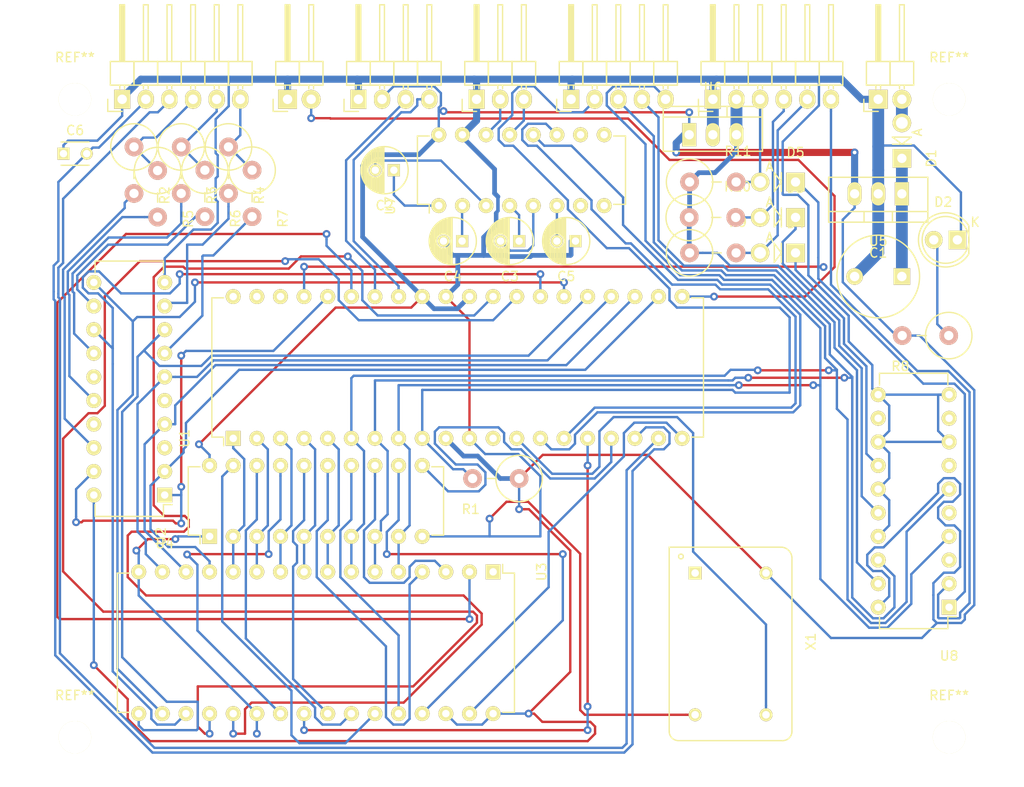
<source format=kicad_pcb>
(kicad_pcb (version 4) (host pcbnew 4.0.4-stable)
  (layers (0 F.Cu signal) (31 B.Cu signal) (34 B.Paste user) (35 F.Paste user) (36 B.SilkS user) (37 F.SilkS user) (38 B.Mask user) (39 F.Mask user) (44 Edge.Cuts user))
  (net 0 "")
  (net 1 "Net-(C1-Pad1)")
  (net 2 GND)
  (net 3 "Net-(C2-Pad1)")
  (net 4 "Net-(C2-Pad2)")
  (net 5 "Net-(C3-Pad1)")
  (net 6 "Net-(C3-Pad2)")
  (net 7 "Net-(C4-Pad1)")
  (net 8 "Net-(C5-Pad2)")
  (net 9 /av/VSYNC)
  (net 10 VDD)
  (net 11 "Net-(D2-Pad2)")
  (net 12 "Net-(D3-Pad1)")
  (net 13 "Net-(D4-Pad1)")
  (net 14 /serial/SD_ENABLE)
  (net 15 /serial/RESET)
  (net 16 /serial/MOSI)
  (net 17 /serial/MISO)
  (net 18 /serial/SCLK)
  (net 19 /serial/PS2_DK)
  (net 20 VCC)
  (net 21 /serial/PS2_DATA)
  (net 22 /av/VGA_BLUE)
  (net 23 /av/VGA_GREEN)
  (net 24 /av/VGA_RED)
  (net 25 /av/HSYNC)
  (net 26 "Net-(R2-Pad2)")
  (net 27 "Net-(R3-Pad2)")
  (net 28 "Net-(R4-Pad2)")
  (net 29 "Net-(R5-Pad2)")
  (net 30 "Net-(R6-Pad2)")
  (net 31 "Net-(R7-Pad2)")
  (net 32 /av/AUDIO_OUT)
  (net 33 "Net-(U1-Pad1)")
  (net 34 "Net-(U1-Pad2)")
  (net 35 "Net-(U1-Pad3)")
  (net 36 "Net-(U1-Pad4)")
  (net 37 "Net-(U1-Pad5)")
  (net 38 "Net-(U1-Pad12)")
  (net 39 "Net-(U1-Pad13)")
  (net 40 /serial/RX1_OUT)
  (net 41 /serial/TX1_IN)
  (net 42 "Net-(U1-Pad16)")
  (net 43 "Net-(U1-Pad17)")
  (net 44 "Net-(U1-Pad20)")
  (net 45 "Net-(U1-Pad22)")
  (net 46 "Net-(U1-Pad23)")
  (net 47 "Net-(U1-Pad24)")
  (net 48 "Net-(U1-Pad25)")
  (net 49 "Net-(U1-Pad26)")
  (net 50 "Net-(U1-Pad27)")
  (net 51 "Net-(U1-Pad28)")
  (net 52 "Net-(U1-Pad29)")
  (net 53 "Net-(U1-Pad35)")
  (net 54 "Net-(U1-Pad36)")
  (net 55 "Net-(U1-Pad38)")
  (net 56 "Net-(U1-Pad39)")
  (net 57 "Net-(U1-Pad40)")
  (net 58 "Net-(U2-Pad12)")
  (net 59 "Net-(U2-Pad13)")
  (net 60 "Net-(U2-Pad14)")
  (net 61 "Net-(U2-Pad15)")
  (net 62 "Net-(U2-Pad16)")
  (net 63 "Net-(U2-Pad17)")
  (net 64 "Net-(U2-Pad18)")
  (net 65 "Net-(U2-Pad19)")
  (net 66 "Net-(U4-Pad3)")
  (net 67 "Net-(U4-Pad5)")
  (net 68 "Net-(U4-Pad15)")
  (net 69 "Net-(U4-Pad17)")
  (net 70 "Net-(U7-Pad7)")
  (net 71 "Net-(U7-Pad8)")
  (net 72 "Net-(U7-Pad9)")
  (net 73 "Net-(U7-Pad10)")
  (net 74 "Net-(U8-Pad3)")
  (net 75 "Net-(U8-Pad5)")
  (net 76 "Net-(U8-Pad7)")
  (net 77 "Net-(U8-Pad9)")
  (net 78 "Net-(U8-Pad12)")
  (net 79 "Net-(D1-Pad2)")
  (net 80 "Net-(D3-Pad2)")
  (net 81 "Net-(D4-Pad2)")
  (net 82 "Net-(D5-Pad2)")
  (net 83 "Net-(P4-Pad2)")
  (net 84 "Net-(P4-Pad3)")
  (net 85 "Net-(P5-Pad6)")
  (module Housings_DIP:DIP-32_W15.24mm (layer F.Cu) (at 150.368 105.41 270)
    (fp_text reference U3 (at 0 -5.22 270) (layer F.SilkS))
    (fp_text value 628128)
    (pad 1 thru_hole rect (at 0 0 270) (size 1.6 1.6) (drill 0.8) (layers *.Cu *.Mask F.SilkS))
    (pad 2 thru_hole oval (at 0 2.54 270) (size 1.6 1.6) (drill 0.8) (layers *.Cu *.Mask F.SilkS) (net 53 "Net-(U1-Pad35)"))
    (pad 3 thru_hole oval (at 0 5.08 270) (size 1.6 1.6) (drill 0.8) (layers *.Cu *.Mask F.SilkS) (net 59 "Net-(U2-Pad13)"))
    (pad 4 thru_hole oval (at 0 7.62 270) (size 1.6 1.6) (drill 0.8) (layers *.Cu *.Mask F.SilkS) (net 61 "Net-(U2-Pad15)"))
    (pad 5 thru_hole oval (at 0 10.16 270) (size 1.6 1.6) (drill 0.8) (layers *.Cu *.Mask F.SilkS) (net 18 /serial/SCLK))
    (pad 6 thru_hole oval (at 0 12.7 270) (size 1.6 1.6) (drill 0.8) (layers *.Cu *.Mask F.SilkS) (net 17 /serial/MISO))
    (pad 7 thru_hole oval (at 0 15.24 270) (size 1.6 1.6) (drill 0.8) (layers *.Cu *.Mask F.SilkS) (net 16 /serial/MOSI))
    (pad 8 thru_hole oval (at 0 17.78 270) (size 1.6 1.6) (drill 0.8) (layers *.Cu *.Mask F.SilkS) (net 37 "Net-(U1-Pad5)"))
    (pad 9 thru_hole oval (at 0 20.32 270) (size 1.6 1.6) (drill 0.8) (layers *.Cu *.Mask F.SilkS) (net 36 "Net-(U1-Pad4)"))
    (pad 10 thru_hole oval (at 0 22.86 270) (size 1.6 1.6) (drill 0.8) (layers *.Cu *.Mask F.SilkS) (net 35 "Net-(U1-Pad3)"))
    (pad 11 thru_hole oval (at 0 25.4 270) (size 1.6 1.6) (drill 0.8) (layers *.Cu *.Mask F.SilkS) (net 34 "Net-(U1-Pad2)"))
    (pad 12 thru_hole oval (at 0 27.94 270) (size 1.6 1.6) (drill 0.8) (layers *.Cu *.Mask F.SilkS) (net 33 "Net-(U1-Pad1)"))
    (pad 13 thru_hole oval (at 0 30.48 270) (size 1.6 1.6) (drill 0.8) (layers *.Cu *.Mask F.SilkS) (net 45 "Net-(U1-Pad22)"))
    (pad 14 thru_hole oval (at 0 33.02 270) (size 1.6 1.6) (drill 0.8) (layers *.Cu *.Mask F.SilkS) (net 46 "Net-(U1-Pad23)"))
    (pad 15 thru_hole oval (at 0 35.56 270) (size 1.6 1.6) (drill 0.8) (layers *.Cu *.Mask F.SilkS) (net 47 "Net-(U1-Pad24)"))
    (pad 16 thru_hole oval (at 0 38.1 270) (size 1.6 1.6) (drill 0.8) (layers *.Cu *.Mask F.SilkS) (net 2 GND))
    (pad 17 thru_hole oval (at 15.24 38.1 270) (size 1.6 1.6) (drill 0.8) (layers *.Cu *.Mask F.SilkS) (net 48 "Net-(U1-Pad25)"))
    (pad 18 thru_hole oval (at 15.24 35.56 270) (size 1.6 1.6) (drill 0.8) (layers *.Cu *.Mask F.SilkS) (net 49 "Net-(U1-Pad26)"))
    (pad 19 thru_hole oval (at 15.24 33.02 270) (size 1.6 1.6) (drill 0.8) (layers *.Cu *.Mask F.SilkS) (net 50 "Net-(U1-Pad27)"))
    (pad 20 thru_hole oval (at 15.24 30.48 270) (size 1.6 1.6) (drill 0.8) (layers *.Cu *.Mask F.SilkS) (net 51 "Net-(U1-Pad28)"))
    (pad 21 thru_hole oval (at 15.24 27.94 270) (size 1.6 1.6) (drill 0.8) (layers *.Cu *.Mask F.SilkS) (net 52 "Net-(U1-Pad29)"))
    (pad 22 thru_hole oval (at 15.24 25.4 270) (size 1.6 1.6) (drill 0.8) (layers *.Cu *.Mask F.SilkS) (net 2 GND))
    (pad 23 thru_hole oval (at 15.24 22.86 270) (size 1.6 1.6) (drill 0.8) (layers *.Cu *.Mask F.SilkS) (net 63 "Net-(U2-Pad17)"))
    (pad 24 thru_hole oval (at 15.24 20.32 270) (size 1.6 1.6) (drill 0.8) (layers *.Cu *.Mask F.SilkS) (net 42 "Net-(U1-Pad16)"))
    (pad 25 thru_hole oval (at 15.24 17.78 270) (size 1.6 1.6) (drill 0.8) (layers *.Cu *.Mask F.SilkS) (net 62 "Net-(U2-Pad16)"))
    (pad 26 thru_hole oval (at 15.24 15.24 270) (size 1.6 1.6) (drill 0.8) (layers *.Cu *.Mask F.SilkS) (net 64 "Net-(U2-Pad18)"))
    (pad 27 thru_hole oval (at 15.24 12.7 270) (size 1.6 1.6) (drill 0.8) (layers *.Cu *.Mask F.SilkS) (net 65 "Net-(U2-Pad19)"))
    (pad 28 thru_hole oval (at 15.24 10.16 270) (size 1.6 1.6) (drill 0.8) (layers *.Cu *.Mask F.SilkS) (net 60 "Net-(U2-Pad14)"))
    (pad 29 thru_hole oval (at 15.24 7.62 270) (size 1.6 1.6) (drill 0.8) (layers *.Cu *.Mask F.SilkS) (net 44 "Net-(U1-Pad20)"))
    (pad 30 thru_hole oval (at 15.24 5.08 270) (size 1.6 1.6) (drill 0.8) (layers *.Cu *.Mask F.SilkS) (net 20 VCC))
    (pad 31 thru_hole oval (at 15.24 2.54 270) (size 1.6 1.6) (drill 0.8) (layers *.Cu *.Mask F.SilkS) (net 58 "Net-(U2-Pad12)"))
    (pad 32 thru_hole oval (at 15.24 0 270) (size 1.6 1.6) (drill 0.8) (layers *.Cu *.Mask F.SilkS) (net 20 VCC))
  )
  (module Capacitors_ThroughHole:C_Radial_D5_L11_P2 (layer F.Cu) (at 139.7 62.23 180)
    (fp_text reference C2 (at 1 -3.8 180) (layer F.SilkS))
    (fp_text value 1uF)
    (pad 1 thru_hole rect (at 0 0 180) (size 1.3 1.3) (drill 0.8) (layers *.Cu *.Mask F.SilkS) (net 3 "Net-(C2-Pad1)"))
    (pad 2 thru_hole circle (at 2 0 180) (size 1.3 1.3) (drill 0.8) (layers *.Cu *.Mask F.SilkS) (net 4 "Net-(C2-Pad2)"))
  )
  (module Housings_DIP:DIP-20_W7.62mm (layer F.Cu) (at 119.888 101.6 90)
    (fp_text reference U2 (at 0 -5.22 90) (layer F.SilkS))
    (fp_text value 74LS573)
    (pad 1 thru_hole rect (at 0 0 90) (size 1.6 1.6) (drill 0.8) (layers *.Cu *.Mask F.SilkS) (net 2 GND))
    (pad 2 thru_hole oval (at 0 2.54 90) (size 1.6 1.6) (drill 0.8) (layers *.Cu *.Mask F.SilkS) (net 33 "Net-(U1-Pad1)"))
    (pad 3 thru_hole oval (at 0 5.08 90) (size 1.6 1.6) (drill 0.8) (layers *.Cu *.Mask F.SilkS) (net 34 "Net-(U1-Pad2)"))
    (pad 4 thru_hole oval (at 0 7.62 90) (size 1.6 1.6) (drill 0.8) (layers *.Cu *.Mask F.SilkS) (net 35 "Net-(U1-Pad3)"))
    (pad 5 thru_hole oval (at 0 10.16 90) (size 1.6 1.6) (drill 0.8) (layers *.Cu *.Mask F.SilkS) (net 36 "Net-(U1-Pad4)"))
    (pad 6 thru_hole oval (at 0 12.7 90) (size 1.6 1.6) (drill 0.8) (layers *.Cu *.Mask F.SilkS) (net 37 "Net-(U1-Pad5)"))
    (pad 7 thru_hole oval (at 0 15.24 90) (size 1.6 1.6) (drill 0.8) (layers *.Cu *.Mask F.SilkS) (net 16 /serial/MOSI))
    (pad 8 thru_hole oval (at 0 17.78 90) (size 1.6 1.6) (drill 0.8) (layers *.Cu *.Mask F.SilkS) (net 17 /serial/MISO))
    (pad 9 thru_hole oval (at 0 20.32 90) (size 1.6 1.6) (drill 0.8) (layers *.Cu *.Mask F.SilkS) (net 18 /serial/SCLK))
    (pad 10 thru_hole oval (at 0 22.86 90) (size 1.6 1.6) (drill 0.8) (layers *.Cu *.Mask F.SilkS) (net 2 GND))
    (pad 11 thru_hole oval (at 7.62 22.86 90) (size 1.6 1.6) (drill 0.8) (layers *.Cu *.Mask F.SilkS) (net 43 "Net-(U1-Pad17)"))
    (pad 12 thru_hole oval (at 7.62 20.32 90) (size 1.6 1.6) (drill 0.8) (layers *.Cu *.Mask F.SilkS) (net 58 "Net-(U2-Pad12)"))
    (pad 13 thru_hole oval (at 7.62 17.78 90) (size 1.6 1.6) (drill 0.8) (layers *.Cu *.Mask F.SilkS) (net 59 "Net-(U2-Pad13)"))
    (pad 14 thru_hole oval (at 7.62 15.24 90) (size 1.6 1.6) (drill 0.8) (layers *.Cu *.Mask F.SilkS) (net 60 "Net-(U2-Pad14)"))
    (pad 15 thru_hole oval (at 7.62 12.7 90) (size 1.6 1.6) (drill 0.8) (layers *.Cu *.Mask F.SilkS) (net 61 "Net-(U2-Pad15)"))
    (pad 16 thru_hole oval (at 7.62 10.16 90) (size 1.6 1.6) (drill 0.8) (layers *.Cu *.Mask F.SilkS) (net 62 "Net-(U2-Pad16)"))
    (pad 17 thru_hole oval (at 7.62 7.62 90) (size 1.6 1.6) (drill 0.8) (layers *.Cu *.Mask F.SilkS) (net 63 "Net-(U2-Pad17)"))
    (pad 18 thru_hole oval (at 7.62 5.08 90) (size 1.6 1.6) (drill 0.8) (layers *.Cu *.Mask F.SilkS) (net 64 "Net-(U2-Pad18)"))
    (pad 19 thru_hole oval (at 7.62 2.54 90) (size 1.6 1.6) (drill 0.8) (layers *.Cu *.Mask F.SilkS) (net 65 "Net-(U2-Pad19)"))
    (pad 20 thru_hole oval (at 7.62 0 90) (size 1.6 1.6) (drill 0.8) (layers *.Cu *.Mask F.SilkS) (net 20 VCC))
  )
  (module Discret:C2V8 (layer F.Cu) (at 191.77 73.66 180)
    (fp_text reference C1 (at 0 2.54 180) (layer F.SilkS))
    (fp_text value 470uF)
    (pad 1 thru_hole rect (at -2.54 0 180) (size 1.778 1.778) (drill 1.016) (layers *.Cu *.Mask F.SilkS) (net 1 "Net-(C1-Pad1)"))
    (pad 2 thru_hole circle (at 2.54 0 180) (size 1.778 1.778) (drill 1.016) (layers *.Cu *.Mask F.SilkS) (net 2 GND))
  )
  (module Capacitors_ThroughHole:C_Radial_D5_L11_P2 (layer F.Cu) (at 153.162 69.85 180)
    (fp_text reference C3 (at 1 -3.8 180) (layer F.SilkS))
    (fp_text value 1uF)
    (pad 1 thru_hole rect (at 0 0 180) (size 1.3 1.3) (drill 0.8) (layers *.Cu *.Mask F.SilkS) (net 5 "Net-(C3-Pad1)"))
    (pad 2 thru_hole circle (at 2 0 180) (size 1.3 1.3) (drill 0.8) (layers *.Cu *.Mask F.SilkS) (net 6 "Net-(C3-Pad2)"))
  )
  (module Capacitors_ThroughHole:C_Radial_D5_L11_P2 (layer F.Cu) (at 147.034 69.85 180)
    (fp_text reference C4 (at 1 -3.8 180) (layer F.SilkS))
    (fp_text value 1uF)
    (pad 1 thru_hole rect (at 0 0 180) (size 1.3 1.3) (drill 0.8) (layers *.Cu *.Mask F.SilkS) (net 7 "Net-(C4-Pad1)"))
    (pad 2 thru_hole circle (at 2 0 180) (size 1.3 1.3) (drill 0.8) (layers *.Cu *.Mask F.SilkS) (net 2 GND))
  )
  (module Capacitors_ThroughHole:C_Radial_D5_L11_P2 (layer F.Cu) (at 159.226 69.85 180)
    (fp_text reference C5 (at 1 -3.8 180) (layer F.SilkS))
    (fp_text value 1uF)
    (pad 1 thru_hole rect (at 0 0 180) (size 1.3 1.3) (drill 0.8) (layers *.Cu *.Mask F.SilkS) (net 2 GND))
    (pad 2 thru_hole circle (at 2 0 180) (size 1.3 1.3) (drill 0.8) (layers *.Cu *.Mask F.SilkS) (net 8 "Net-(C5-Pad2)"))
  )
  (module LEDs:LED-5MM (layer F.Cu) (at 200.279 69.723 180)
    (fp_text reference D2 (at 1.524 4.064 180) (layer F.SilkS))
    (fp_text value LED)
    (fp_text user K (at -1.905 1.905 180) (layer F.SilkS))
    (pad 1 thru_hole rect (at 0 0 270) (size 2 1.9) (drill 1.00076) (layers *.Cu *.Mask F.SilkS) (net 2 GND))
    (pad 2 thru_hole circle (at 2.54 0 180) (size 1.9 1.9) (drill 1.00076) (layers *.Cu *.Mask F.SilkS) (net 11 "Net-(D2-Pad2)"))
  )
  (module Housings_DIP:DIP-40_W15.24mm (layer F.Cu) (at 122.428 91.059 90)
    (fp_text reference U1 (at 0 -5.22 90) (layer F.SilkS))
    (fp_text value ATMEGA644-P)
    (pad 1 thru_hole rect (at 0 0 90) (size 1.6 1.6) (drill 0.8) (layers *.Cu *.Mask F.SilkS) (net 33 "Net-(U1-Pad1)"))
    (pad 2 thru_hole oval (at 0 2.54 90) (size 1.6 1.6) (drill 0.8) (layers *.Cu *.Mask F.SilkS) (net 34 "Net-(U1-Pad2)"))
    (pad 3 thru_hole oval (at 0 5.08 90) (size 1.6 1.6) (drill 0.8) (layers *.Cu *.Mask F.SilkS) (net 35 "Net-(U1-Pad3)"))
    (pad 4 thru_hole oval (at 0 7.62 90) (size 1.6 1.6) (drill 0.8) (layers *.Cu *.Mask F.SilkS) (net 36 "Net-(U1-Pad4)"))
    (pad 5 thru_hole oval (at 0 10.16 90) (size 1.6 1.6) (drill 0.8) (layers *.Cu *.Mask F.SilkS) (net 37 "Net-(U1-Pad5)"))
    (pad 6 thru_hole oval (at 0 12.7 90) (size 1.6 1.6) (drill 0.8) (layers *.Cu *.Mask F.SilkS) (net 16 /serial/MOSI))
    (pad 7 thru_hole oval (at 0 15.24 90) (size 1.6 1.6) (drill 0.8) (layers *.Cu *.Mask F.SilkS) (net 17 /serial/MISO))
    (pad 8 thru_hole oval (at 0 17.78 90) (size 1.6 1.6) (drill 0.8) (layers *.Cu *.Mask F.SilkS) (net 18 /serial/SCLK))
    (pad 9 thru_hole oval (at 0 20.32 90) (size 1.6 1.6) (drill 0.8) (layers *.Cu *.Mask F.SilkS) (net 15 /serial/RESET))
    (pad 10 thru_hole oval (at 0 22.86 90) (size 1.6 1.6) (drill 0.8) (layers *.Cu *.Mask F.SilkS) (net 20 VCC))
    (pad 11 thru_hole oval (at 0 25.4 90) (size 1.6 1.6) (drill 0.8) (layers *.Cu *.Mask F.SilkS) (net 2 GND))
    (pad 12 thru_hole oval (at 0 27.94 90) (size 1.6 1.6) (drill 0.8) (layers *.Cu *.Mask F.SilkS) (net 38 "Net-(U1-Pad12)"))
    (pad 13 thru_hole oval (at 0 30.48 90) (size 1.6 1.6) (drill 0.8) (layers *.Cu *.Mask F.SilkS) (net 39 "Net-(U1-Pad13)"))
    (pad 14 thru_hole oval (at 0 33.02 90) (size 1.6 1.6) (drill 0.8) (layers *.Cu *.Mask F.SilkS) (net 40 /serial/RX1_OUT))
    (pad 15 thru_hole oval (at 0 35.56 90) (size 1.6 1.6) (drill 0.8) (layers *.Cu *.Mask F.SilkS) (net 41 /serial/TX1_IN))
    (pad 16 thru_hole oval (at 0 38.1 90) (size 1.6 1.6) (drill 0.8) (layers *.Cu *.Mask F.SilkS) (net 42 "Net-(U1-Pad16)"))
    (pad 17 thru_hole oval (at 0 40.64 90) (size 1.6 1.6) (drill 0.8) (layers *.Cu *.Mask F.SilkS) (net 43 "Net-(U1-Pad17)"))
    (pad 18 thru_hole oval (at 0 43.18 90) (size 1.6 1.6) (drill 0.8) (layers *.Cu *.Mask F.SilkS) (net 9 /av/VSYNC))
    (pad 19 thru_hole oval (at 0 45.72 90) (size 1.6 1.6) (drill 0.8) (layers *.Cu *.Mask F.SilkS) (net 25 /av/HSYNC))
    (pad 20 thru_hole oval (at 0 48.26 90) (size 1.6 1.6) (drill 0.8) (layers *.Cu *.Mask F.SilkS) (net 44 "Net-(U1-Pad20)"))
    (pad 21 thru_hole oval (at 15.24 48.26 90) (size 1.6 1.6) (drill 0.8) (layers *.Cu *.Mask F.SilkS) (net 32 /av/AUDIO_OUT))
    (pad 22 thru_hole oval (at 15.24 45.72 90) (size 1.6 1.6) (drill 0.8) (layers *.Cu *.Mask F.SilkS) (net 45 "Net-(U1-Pad22)"))
    (pad 23 thru_hole oval (at 15.24 43.18 90) (size 1.6 1.6) (drill 0.8) (layers *.Cu *.Mask F.SilkS) (net 46 "Net-(U1-Pad23)"))
    (pad 24 thru_hole oval (at 15.24 40.64 90) (size 1.6 1.6) (drill 0.8) (layers *.Cu *.Mask F.SilkS) (net 47 "Net-(U1-Pad24)"))
    (pad 25 thru_hole oval (at 15.24 38.1 90) (size 1.6 1.6) (drill 0.8) (layers *.Cu *.Mask F.SilkS) (net 48 "Net-(U1-Pad25)"))
    (pad 26 thru_hole oval (at 15.24 35.56 90) (size 1.6 1.6) (drill 0.8) (layers *.Cu *.Mask F.SilkS) (net 49 "Net-(U1-Pad26)"))
    (pad 27 thru_hole oval (at 15.24 33.02 90) (size 1.6 1.6) (drill 0.8) (layers *.Cu *.Mask F.SilkS) (net 50 "Net-(U1-Pad27)"))
    (pad 28 thru_hole oval (at 15.24 30.48 90) (size 1.6 1.6) (drill 0.8) (layers *.Cu *.Mask F.SilkS) (net 51 "Net-(U1-Pad28)"))
    (pad 29 thru_hole oval (at 15.24 27.94 90) (size 1.6 1.6) (drill 0.8) (layers *.Cu *.Mask F.SilkS) (net 52 "Net-(U1-Pad29)"))
    (pad 30 thru_hole oval (at 15.24 25.4 90) (size 1.6 1.6) (drill 0.8) (layers *.Cu *.Mask F.SilkS) (net 20 VCC))
    (pad 31 thru_hole oval (at 15.24 22.86 90) (size 1.6 1.6) (drill 0.8) (layers *.Cu *.Mask F.SilkS) (net 2 GND))
    (pad 32 thru_hole oval (at 15.24 20.32 90) (size 1.6 1.6) (drill 0.8) (layers *.Cu *.Mask F.SilkS) (net 20 VCC))
    (pad 33 thru_hole oval (at 15.24 17.78 90) (size 1.6 1.6) (drill 0.8) (layers *.Cu *.Mask F.SilkS) (net 19 /serial/PS2_DK))
    (pad 34 thru_hole oval (at 15.24 15.24 90) (size 1.6 1.6) (drill 0.8) (layers *.Cu *.Mask F.SilkS) (net 21 /serial/PS2_DATA))
    (pad 35 thru_hole oval (at 15.24 12.7 90) (size 1.6 1.6) (drill 0.8) (layers *.Cu *.Mask F.SilkS) (net 53 "Net-(U1-Pad35)"))
    (pad 36 thru_hole oval (at 15.24 10.16 90) (size 1.6 1.6) (drill 0.8) (layers *.Cu *.Mask F.SilkS) (net 54 "Net-(U1-Pad36)"))
    (pad 37 thru_hole oval (at 15.24 7.62 90) (size 1.6 1.6) (drill 0.8) (layers *.Cu *.Mask F.SilkS) (net 14 /serial/SD_ENABLE))
    (pad 38 thru_hole oval (at 15.24 5.08 90) (size 1.6 1.6) (drill 0.8) (layers *.Cu *.Mask F.SilkS) (net 55 "Net-(U1-Pad38)"))
    (pad 39 thru_hole oval (at 15.24 2.54 90) (size 1.6 1.6) (drill 0.8) (layers *.Cu *.Mask F.SilkS) (net 56 "Net-(U1-Pad39)"))
    (pad 40 thru_hole oval (at 15.24 0 90) (size 1.6 1.6) (drill 0.8) (layers *.Cu *.Mask F.SilkS) (net 57 "Net-(U1-Pad40)"))
  )
  (module Housings_DIP:DIP-20_W7.62mm (layer F.Cu) (at 115.062 97.155 180)
    (fp_text reference U4 (at 0 -5.22 180) (layer F.SilkS))
    (fp_text value 74LS244)
    (pad 1 thru_hole rect (at 0 0 180) (size 1.6 1.6) (drill 0.8) (layers *.Cu *.Mask F.SilkS) (net 54 "Net-(U1-Pad36)"))
    (pad 2 thru_hole oval (at 0 2.54 180) (size 1.6 1.6) (drill 0.8) (layers *.Cu *.Mask F.SilkS) (net 45 "Net-(U1-Pad22)"))
    (pad 3 thru_hole oval (at 0 5.08 180) (size 1.6 1.6) (drill 0.8) (layers *.Cu *.Mask F.SilkS) (net 66 "Net-(U4-Pad3)"))
    (pad 4 thru_hole oval (at 0 7.62 180) (size 1.6 1.6) (drill 0.8) (layers *.Cu *.Mask F.SilkS) (net 46 "Net-(U1-Pad23)"))
    (pad 5 thru_hole oval (at 0 10.16 180) (size 1.6 1.6) (drill 0.8) (layers *.Cu *.Mask F.SilkS) (net 67 "Net-(U4-Pad5)"))
    (pad 6 thru_hole oval (at 0 12.7 180) (size 1.6 1.6) (drill 0.8) (layers *.Cu *.Mask F.SilkS) (net 47 "Net-(U1-Pad24)"))
    (pad 7 thru_hole oval (at 0 15.24 180) (size 1.6 1.6) (drill 0.8) (layers *.Cu *.Mask F.SilkS) (net 31 "Net-(R7-Pad2)"))
    (pad 8 thru_hole oval (at 0 17.78 180) (size 1.6 1.6) (drill 0.8) (layers *.Cu *.Mask F.SilkS) (net 48 "Net-(U1-Pad25)"))
    (pad 9 thru_hole oval (at 0 20.32 180) (size 1.6 1.6) (drill 0.8) (layers *.Cu *.Mask F.SilkS) (net 28 "Net-(R4-Pad2)"))
    (pad 10 thru_hole oval (at 0 22.86 180) (size 1.6 1.6) (drill 0.8) (layers *.Cu *.Mask F.SilkS) (net 2 GND))
    (pad 11 thru_hole oval (at 7.62 22.86 180) (size 1.6 1.6) (drill 0.8) (layers *.Cu *.Mask F.SilkS) (net 49 "Net-(U1-Pad26)"))
    (pad 12 thru_hole oval (at 7.62 20.32 180) (size 1.6 1.6) (drill 0.8) (layers *.Cu *.Mask F.SilkS) (net 30 "Net-(R6-Pad2)"))
    (pad 13 thru_hole oval (at 7.62 17.78 180) (size 1.6 1.6) (drill 0.8) (layers *.Cu *.Mask F.SilkS) (net 50 "Net-(U1-Pad27)"))
    (pad 14 thru_hole oval (at 7.62 15.24 180) (size 1.6 1.6) (drill 0.8) (layers *.Cu *.Mask F.SilkS) (net 27 "Net-(R3-Pad2)"))
    (pad 15 thru_hole oval (at 7.62 12.7 180) (size 1.6 1.6) (drill 0.8) (layers *.Cu *.Mask F.SilkS) (net 68 "Net-(U4-Pad15)"))
    (pad 16 thru_hole oval (at 7.62 10.16 180) (size 1.6 1.6) (drill 0.8) (layers *.Cu *.Mask F.SilkS) (net 29 "Net-(R5-Pad2)"))
    (pad 17 thru_hole oval (at 7.62 7.62 180) (size 1.6 1.6) (drill 0.8) (layers *.Cu *.Mask F.SilkS) (net 69 "Net-(U4-Pad17)"))
    (pad 18 thru_hole oval (at 7.62 5.08 180) (size 1.6 1.6) (drill 0.8) (layers *.Cu *.Mask F.SilkS) (net 26 "Net-(R2-Pad2)"))
    (pad 19 thru_hole oval (at 7.62 2.54 180) (size 1.6 1.6) (drill 0.8) (layers *.Cu *.Mask F.SilkS) (net 54 "Net-(U1-Pad36)"))
    (pad 20 thru_hole oval (at 7.62 0 180) (size 1.6 1.6) (drill 0.8) (layers *.Cu *.Mask F.SilkS) (net 20 VCC))
  )
  (module Housings_DIP:DIP-16_W7.62mm (layer F.Cu) (at 144.526 66.04 90)
    (fp_text reference U7 (at 0 -5.22 90) (layer F.SilkS))
    (fp_text value MAX232)
    (pad 1 thru_hole oval (at 0 0 90) (size 1.6 1.6) (drill 0.8) (layers *.Cu *.Mask F.SilkS) (net 3 "Net-(C2-Pad1)"))
    (pad 2 thru_hole oval (at 0 2.54 90) (size 1.6 1.6) (drill 0.8) (layers *.Cu *.Mask F.SilkS) (net 7 "Net-(C4-Pad1)"))
    (pad 3 thru_hole oval (at 0 5.08 90) (size 1.6 1.6) (drill 0.8) (layers *.Cu *.Mask F.SilkS) (net 4 "Net-(C2-Pad2)"))
    (pad 4 thru_hole oval (at 0 7.62 90) (size 1.6 1.6) (drill 0.8) (layers *.Cu *.Mask F.SilkS) (net 5 "Net-(C3-Pad1)"))
    (pad 5 thru_hole oval (at 0 10.16 90) (size 1.6 1.6) (drill 0.8) (layers *.Cu *.Mask F.SilkS) (net 6 "Net-(C3-Pad2)"))
    (pad 6 thru_hole oval (at 0 12.7 90) (size 1.6 1.6) (drill 0.8) (layers *.Cu *.Mask F.SilkS) (net 8 "Net-(C5-Pad2)"))
    (pad 7 thru_hole oval (at 0 15.24 90) (size 1.6 1.6) (drill 0.8) (layers *.Cu *.Mask F.SilkS) (net 70 "Net-(U7-Pad7)"))
    (pad 8 thru_hole oval (at 0 17.78 90) (size 1.6 1.6) (drill 0.8) (layers *.Cu *.Mask F.SilkS) (net 71 "Net-(U7-Pad8)"))
    (pad 9 thru_hole oval (at 7.62 17.78 90) (size 1.6 1.6) (drill 0.8) (layers *.Cu *.Mask F.SilkS) (net 72 "Net-(U7-Pad9)"))
    (pad 10 thru_hole oval (at 7.62 15.24 90) (size 1.6 1.6) (drill 0.8) (layers *.Cu *.Mask F.SilkS) (net 73 "Net-(U7-Pad10)"))
    (pad 11 thru_hole oval (at 7.62 12.7 90) (size 1.6 1.6) (drill 0.8) (layers *.Cu *.Mask F.SilkS) (net 41 /serial/TX1_IN))
    (pad 12 thru_hole oval (at 7.62 10.16 90) (size 1.6 1.6) (drill 0.8) (layers *.Cu *.Mask F.SilkS) (net 40 /serial/RX1_OUT))
    (pad 13 thru_hole oval (at 7.62 7.62 90) (size 1.6 1.6) (drill 0.8) (layers *.Cu *.Mask F.SilkS) (net 84 "Net-(P4-Pad3)"))
    (pad 14 thru_hole oval (at 7.62 5.08 90) (size 1.6 1.6) (drill 0.8) (layers *.Cu *.Mask F.SilkS) (net 83 "Net-(P4-Pad2)"))
    (pad 15 thru_hole oval (at 7.62 2.54 90) (size 1.6 1.6) (drill 0.8) (layers *.Cu *.Mask F.SilkS) (net 2 GND))
    (pad 16 thru_hole oval (at 7.62 0 90) (size 1.6 1.6) (drill 0.8) (layers *.Cu *.Mask F.SilkS) (net 20 VCC))
  )
  (module Housings_DIP:DIP-20_W7.62mm (layer F.Cu) (at 199.39 109.22 180)
    (fp_text reference U8 (at 0 -5.22 180) (layer F.SilkS))
    (fp_text value 74LS244)
    (pad 1 thru_hole rect (at 0 0 180) (size 1.6 1.6) (drill 0.8) (layers *.Cu *.Mask F.SilkS) (net 14 /serial/SD_ENABLE))
    (pad 2 thru_hole oval (at 0 2.54 180) (size 1.6 1.6) (drill 0.8) (layers *.Cu *.Mask F.SilkS) (net 85 "Net-(P5-Pad6)"))
    (pad 3 thru_hole oval (at 0 5.08 180) (size 1.6 1.6) (drill 0.8) (layers *.Cu *.Mask F.SilkS) (net 74 "Net-(U8-Pad3)"))
    (pad 4 thru_hole oval (at 0 7.62 180) (size 1.6 1.6) (drill 0.8) (layers *.Cu *.Mask F.SilkS) (net 18 /serial/SCLK))
    (pad 5 thru_hole oval (at 0 10.16 180) (size 1.6 1.6) (drill 0.8) (layers *.Cu *.Mask F.SilkS) (net 75 "Net-(U8-Pad5)"))
    (pad 6 thru_hole oval (at 0 12.7 180) (size 1.6 1.6) (drill 0.8) (layers *.Cu *.Mask F.SilkS) (net 16 /serial/MOSI))
    (pad 7 thru_hole oval (at 0 15.24 180) (size 1.6 1.6) (drill 0.8) (layers *.Cu *.Mask F.SilkS) (net 76 "Net-(U8-Pad7)"))
    (pad 8 thru_hole oval (at 0 17.78 180) (size 1.6 1.6) (drill 0.8) (layers *.Cu *.Mask F.SilkS) (net 2 GND))
    (pad 9 thru_hole oval (at 0 20.32 180) (size 1.6 1.6) (drill 0.8) (layers *.Cu *.Mask F.SilkS) (net 77 "Net-(U8-Pad9)"))
    (pad 10 thru_hole oval (at 0 22.86 180) (size 1.6 1.6) (drill 0.8) (layers *.Cu *.Mask F.SilkS) (net 2 GND))
    (pad 11 thru_hole oval (at 7.62 22.86 180) (size 1.6 1.6) (drill 0.8) (layers *.Cu *.Mask F.SilkS) (net 2 GND))
    (pad 12 thru_hole oval (at 7.62 20.32 180) (size 1.6 1.6) (drill 0.8) (layers *.Cu *.Mask F.SilkS) (net 78 "Net-(U8-Pad12)"))
    (pad 13 thru_hole oval (at 7.62 17.78 180) (size 1.6 1.6) (drill 0.8) (layers *.Cu *.Mask F.SilkS) (net 2 GND))
    (pad 14 thru_hole oval (at 7.62 15.24 180) (size 1.6 1.6) (drill 0.8) (layers *.Cu *.Mask F.SilkS) (net 13 "Net-(D4-Pad1)"))
    (pad 15 thru_hole oval (at 7.62 12.7 180) (size 1.6 1.6) (drill 0.8) (layers *.Cu *.Mask F.SilkS) (net 2 GND))
    (pad 16 thru_hole oval (at 7.62 10.16 180) (size 1.6 1.6) (drill 0.8) (layers *.Cu *.Mask F.SilkS) (net 12 "Net-(D3-Pad1)"))
    (pad 17 thru_hole oval (at 7.62 7.62 180) (size 1.6 1.6) (drill 0.8) (layers *.Cu *.Mask F.SilkS) (net 2 GND))
    (pad 18 thru_hole oval (at 7.62 5.08 180) (size 1.6 1.6) (drill 0.8) (layers *.Cu *.Mask F.SilkS) (net 17 /serial/MISO))
    (pad 19 thru_hole oval (at 7.62 2.54 180) (size 1.6 1.6) (drill 0.8) (layers *.Cu *.Mask F.SilkS) (net 10 VDD))
    (pad 20 thru_hole oval (at 7.62 0 180) (size 1.6 1.6) (drill 0.8) (layers *.Cu *.Mask F.SilkS) (net 20 VCC))
  )
  (module Oscillators:KXO-200 (layer F.Cu) (at 175.895 113.157 270)
    (fp_text reference X1 (at -0.254 -8.636 270) (layer F.SilkS))
    (fp_text value "OSC 20MHz")
    (pad 1 thru_hole rect (at -7.62 3.81 270) (size 1.397 1.397) (drill 0.8128) (layers *.Cu *.Mask F.SilkS))
    (pad 7 thru_hole circle (at 7.62 3.81 270) (size 1.397 1.397) (drill 0.8128) (layers *.Cu *.Mask F.SilkS) (net 2 GND))
    (pad 8 thru_hole circle (at 7.62 -3.81 270) (size 1.397 1.397) (drill 0.8128) (layers *.Cu *.Mask F.SilkS) (net 39 "Net-(U1-Pad13)"))
    (pad 14 thru_hole circle (at -7.62 -3.81 270) (size 1.397 1.397) (drill 0.8128) (layers *.Cu *.Mask F.SilkS) (net 20 VCC))
  )
  (module Diodes_ThroughHole:Diode_DO-41_SOD81_Vertical_AnodeUp (layer F.Cu) (at 194.31 60.96 90)
    (fp_text reference D1 (at 0 3.175 90) (layer F.SilkS))
    (fp_text value 1N4001)
    (fp_text user A (at 2.794 1.651 90) (layer F.SilkS))
    (pad 2 thru_hole circle (at 3.81 0 90) (size 1.99898 1.99898) (drill 1.27) (layers *.Cu *.Mask F.SilkS) (net 79 "Net-(D1-Pad2)"))
    (pad 1 thru_hole rect (at 0 0 90) (size 1.99898 1.99898) (drill 1.00076) (layers *.Cu *.Mask F.SilkS) (net 1 "Net-(C1-Pad1)"))
  )
  (module Diodes_ThroughHole:Diode_DO-41_SOD81_Vertical_AnodeUp (layer F.Cu) (at 182.88 67.31 180)
    (fp_text reference D3 (at 0 3.175 180) (layer F.SilkS))
    (fp_text value D)
    (fp_text user A (at 2.794 1.651 180) (layer F.SilkS))
    (pad 2 thru_hole circle (at 3.81 0 180) (size 1.99898 1.99898) (drill 1.27) (layers *.Cu *.Mask F.SilkS) (net 80 "Net-(D3-Pad2)"))
    (pad 1 thru_hole rect (at 0 0 180) (size 1.99898 1.99898) (drill 1.00076) (layers *.Cu *.Mask F.SilkS) (net 12 "Net-(D3-Pad1)"))
  )
  (module Diodes_ThroughHole:Diode_DO-41_SOD81_Vertical_AnodeUp (layer F.Cu) (at 182.88 71.12 180)
    (fp_text reference D4 (at 0 3.175 180) (layer F.SilkS))
    (fp_text value D)
    (fp_text user A (at 2.794 1.651 180) (layer F.SilkS))
    (pad 2 thru_hole circle (at 3.81 0 180) (size 1.99898 1.99898) (drill 1.27) (layers *.Cu *.Mask F.SilkS) (net 81 "Net-(D4-Pad2)"))
    (pad 1 thru_hole rect (at 0 0 180) (size 1.99898 1.99898) (drill 1.00076) (layers *.Cu *.Mask F.SilkS) (net 13 "Net-(D4-Pad1)"))
  )
  (module Diodes_ThroughHole:Diode_DO-41_SOD81_Vertical_AnodeUp (layer F.Cu) (at 182.88 63.5 180)
    (fp_text reference D5 (at 0 3.175 180) (layer F.SilkS))
    (fp_text value D)
    (fp_text user A (at 2.794 1.651 180) (layer F.SilkS))
    (pad 2 thru_hole circle (at 3.81 0 180) (size 1.99898 1.99898) (drill 1.27) (layers *.Cu *.Mask F.SilkS) (net 82 "Net-(D5-Pad2)"))
    (pad 1 thru_hole rect (at 0 0 180) (size 1.99898 1.99898) (drill 1.00076) (layers *.Cu *.Mask F.SilkS) (net 14 /serial/SD_ENABLE))
  )
  (module Pin_Headers:Pin_Header_Angled_1x02 (layer F.Cu) (at 191.77 54.61 90)
    (fp_text reference P2 (at 0 -5.1 90) (layer F.SilkS))
    (fp_text value PWR)
    (pad 1 thru_hole rect (at 0 0 90) (size 2.032 2.032) (drill 1.016) (layers *.Cu *.Mask F.SilkS) (net 2 GND))
    (pad 2 thru_hole oval (at 0 2.54 90) (size 2.032 2.032) (drill 1.016) (layers *.Cu *.Mask F.SilkS) (net 79 "Net-(D1-Pad2)"))
  )
  (module Pin_Headers:Pin_Header_Angled_1x03 (layer F.Cu) (at 148.59 54.61 90)
    (fp_text reference P4 (at 0 -5.1 90) (layer F.SilkS))
    (fp_text value SER)
    (pad 1 thru_hole rect (at 0 0 90) (size 2.032 1.7272) (drill 1.016) (layers *.Cu *.Mask F.SilkS) (net 2 GND))
    (pad 2 thru_hole oval (at 0 2.54 90) (size 2.032 1.7272) (drill 1.016) (layers *.Cu *.Mask F.SilkS) (net 83 "Net-(P4-Pad2)"))
    (pad 3 thru_hole oval (at 0 5.08 90) (size 2.032 1.7272) (drill 1.016) (layers *.Cu *.Mask F.SilkS) (net 84 "Net-(P4-Pad3)"))
  )
  (module Pin_Headers:Pin_Header_Angled_1x04 (layer F.Cu) (at 135.89 54.61 90)
    (fp_text reference P6 (at 0 -5.1 90) (layer F.SilkS))
    (fp_text value PS2)
    (pad 1 thru_hole rect (at 0 0 90) (size 2.032 1.7272) (drill 1.016) (layers *.Cu *.Mask F.SilkS) (net 2 GND))
    (pad 2 thru_hole oval (at 0 2.54 90) (size 2.032 1.7272) (drill 1.016) (layers *.Cu *.Mask F.SilkS) (net 20 VCC))
    (pad 3 thru_hole oval (at 0 5.08 90) (size 2.032 1.7272) (drill 1.016) (layers *.Cu *.Mask F.SilkS) (net 21 /serial/PS2_DATA))
    (pad 4 thru_hole oval (at 0 7.62 90) (size 2.032 1.7272) (drill 1.016) (layers *.Cu *.Mask F.SilkS) (net 19 /serial/PS2_DK))
  )
  (module Pin_Headers:Pin_Header_Angled_1x02 (layer F.Cu) (at 128.27 54.61 90)
    (fp_text reference P7 (at 0 -5.1 90) (layer F.SilkS))
    (fp_text value AUD)
    (pad 1 thru_hole rect (at 0 0 90) (size 2.032 2.032) (drill 1.016) (layers *.Cu *.Mask F.SilkS) (net 2 GND))
    (pad 2 thru_hole oval (at 0 2.54 90) (size 2.032 2.032) (drill 1.016) (layers *.Cu *.Mask F.SilkS) (net 32 /av/AUDIO_OUT))
  )
  (module Pin_Headers:Pin_Header_Angled_1x06 (layer F.Cu) (at 110.49 54.61 90)
    (fp_text reference P8 (at 0 -5.1 90) (layer F.SilkS))
    (fp_text value VGA)
    (pad 1 thru_hole rect (at 0 0 90) (size 2.032 1.7272) (drill 1.016) (layers *.Cu *.Mask F.SilkS) (net 2 GND))
    (pad 2 thru_hole oval (at 0 2.54 90) (size 2.032 1.7272) (drill 1.016) (layers *.Cu *.Mask F.SilkS) (net 9 /av/VSYNC))
    (pad 3 thru_hole oval (at 0 5.08 90) (size 2.032 1.7272) (drill 1.016) (layers *.Cu *.Mask F.SilkS) (net 25 /av/HSYNC))
    (pad 4 thru_hole oval (at 0 7.62 90) (size 2.032 1.7272) (drill 1.016) (layers *.Cu *.Mask F.SilkS) (net 24 /av/VGA_RED))
    (pad 5 thru_hole oval (at 0 10.16 90) (size 2.032 1.7272) (drill 1.016) (layers *.Cu *.Mask F.SilkS) (net 23 /av/VGA_GREEN))
    (pad 6 thru_hole oval (at 0 12.7 90) (size 2.032 1.7272) (drill 1.016) (layers *.Cu *.Mask F.SilkS) (net 22 /av/VGA_BLUE))
  )
  (module Resistors_ThroughHole:Resistor_Vertical_RM5mm (layer F.Cu) (at 150.66264 95.377 180)
    (fp_text reference R1 (at 2.70002 -3.29946 180) (layer F.SilkS))
    (fp_text value 10k)
    (pad 1 thru_hole circle (at -2.49936 0 180) (size 1.99898 1.99898) (drill 1.00076) (layers *.Cu *.SilkS *.Mask) (net 20 VCC))
    (pad 2 thru_hole circle (at 2.5019 0 180) (size 1.99898 1.99898) (drill 1.00076) (layers *.Cu *.SilkS *.Mask) (net 15 /serial/RESET))
  )
  (module Resistors_ThroughHole:Resistor_Vertical_RM5mm (layer F.Cu) (at 111.76 62.23 270)
    (fp_text reference R2 (at 2.70002 -3.29946 270) (layer F.SilkS))
    (fp_text value 1k)
    (pad 1 thru_hole circle (at -2.49936 0 270) (size 1.99898 1.99898) (drill 1.00076) (layers *.Cu *.SilkS *.Mask) (net 24 /av/VGA_RED))
    (pad 2 thru_hole circle (at 2.5019 0 270) (size 1.99898 1.99898) (drill 1.00076) (layers *.Cu *.SilkS *.Mask) (net 26 "Net-(R2-Pad2)"))
  )
  (module Resistors_ThroughHole:Resistor_Vertical_RM5mm (layer F.Cu) (at 116.84 62.23 270)
    (fp_text reference R3 (at 2.70002 -3.29946 270) (layer F.SilkS))
    (fp_text value 1k)
    (pad 1 thru_hole circle (at -2.49936 0 270) (size 1.99898 1.99898) (drill 1.00076) (layers *.Cu *.SilkS *.Mask) (net 23 /av/VGA_GREEN))
    (pad 2 thru_hole circle (at 2.5019 0 270) (size 1.99898 1.99898) (drill 1.00076) (layers *.Cu *.SilkS *.Mask) (net 27 "Net-(R3-Pad2)"))
  )
  (module Resistors_ThroughHole:Resistor_Vertical_RM5mm (layer F.Cu) (at 121.92 62.23 270)
    (fp_text reference R4 (at 2.70002 -3.29946 270) (layer F.SilkS))
    (fp_text value 1k)
    (pad 1 thru_hole circle (at -2.49936 0 270) (size 1.99898 1.99898) (drill 1.00076) (layers *.Cu *.SilkS *.Mask) (net 22 /av/VGA_BLUE))
    (pad 2 thru_hole circle (at 2.5019 0 270) (size 1.99898 1.99898) (drill 1.00076) (layers *.Cu *.SilkS *.Mask) (net 28 "Net-(R4-Pad2)"))
  )
  (module Resistors_ThroughHole:Resistor_Vertical_RM5mm (layer F.Cu) (at 114.3 64.77 270)
    (fp_text reference R5 (at 2.70002 -3.29946 270) (layer F.SilkS))
    (fp_text value 470)
    (pad 1 thru_hole circle (at -2.49936 0 270) (size 1.99898 1.99898) (drill 1.00076) (layers *.Cu *.SilkS *.Mask) (net 24 /av/VGA_RED))
    (pad 2 thru_hole circle (at 2.5019 0 270) (size 1.99898 1.99898) (drill 1.00076) (layers *.Cu *.SilkS *.Mask) (net 29 "Net-(R5-Pad2)"))
  )
  (module Resistors_ThroughHole:Resistor_Vertical_RM5mm (layer F.Cu) (at 119.38 64.72936 270)
    (fp_text reference R6 (at 2.70002 -3.29946 270) (layer F.SilkS))
    (fp_text value 470)
    (pad 1 thru_hole circle (at -2.49936 0 270) (size 1.99898 1.99898) (drill 1.00076) (layers *.Cu *.SilkS *.Mask) (net 23 /av/VGA_GREEN))
    (pad 2 thru_hole circle (at 2.5019 0 270) (size 1.99898 1.99898) (drill 1.00076) (layers *.Cu *.SilkS *.Mask) (net 30 "Net-(R6-Pad2)"))
  )
  (module Resistors_ThroughHole:Resistor_Vertical_RM5mm (layer F.Cu) (at 124.46 64.72936 270)
    (fp_text reference R7 (at 2.70002 -3.29946 270) (layer F.SilkS))
    (fp_text value 470)
    (pad 1 thru_hole circle (at -2.49936 0 270) (size 1.99898 1.99898) (drill 1.00076) (layers *.Cu *.SilkS *.Mask) (net 22 /av/VGA_BLUE))
    (pad 2 thru_hole circle (at 2.5019 0 270) (size 1.99898 1.99898) (drill 1.00076) (layers *.Cu *.SilkS *.Mask) (net 31 "Net-(R7-Pad2)"))
  )
  (module Resistors_ThroughHole:Resistor_Vertical_RM5mm (layer F.Cu) (at 196.85 80.01 180)
    (fp_text reference R8 (at 2.70002 -3.29946 180) (layer F.SilkS))
    (fp_text value 470)
    (pad 1 thru_hole circle (at -2.49936 0 180) (size 1.99898 1.99898) (drill 1.00076) (layers *.Cu *.SilkS *.Mask) (net 11 "Net-(D2-Pad2)"))
    (pad 2 thru_hole circle (at 2.5019 0 180) (size 1.99898 1.99898) (drill 1.00076) (layers *.Cu *.SilkS *.Mask) (net 20 VCC))
  )
  (module Resistors_ThroughHole:Resistor_Vertical_RM5mm (layer F.Cu) (at 173.99 71.12)
    (fp_text reference R9 (at 2.70002 -3.29946) (layer F.SilkS))
    (fp_text value 5k)
    (pad 1 thru_hole circle (at -2.49936 0) (size 1.99898 1.99898) (drill 1.00076) (layers *.Cu *.SilkS *.Mask) (net 10 VDD))
    (pad 2 thru_hole circle (at 2.5019 0) (size 1.99898 1.99898) (drill 1.00076) (layers *.Cu *.SilkS *.Mask) (net 81 "Net-(D4-Pad2)"))
  )
  (module Resistors_ThroughHole:Resistor_Vertical_RM5mm (layer F.Cu) (at 173.94936 67.31)
    (fp_text reference R10 (at 2.70002 -3.29946) (layer F.SilkS))
    (fp_text value 5k)
    (pad 1 thru_hole circle (at -2.49936 0) (size 1.99898 1.99898) (drill 1.00076) (layers *.Cu *.SilkS *.Mask) (net 10 VDD))
    (pad 2 thru_hole circle (at 2.5019 0) (size 1.99898 1.99898) (drill 1.00076) (layers *.Cu *.SilkS *.Mask) (net 80 "Net-(D3-Pad2)"))
  )
  (module Resistors_ThroughHole:Resistor_Vertical_RM5mm (layer F.Cu) (at 173.99 63.5)
    (fp_text reference R11 (at 2.70002 -3.29946) (layer F.SilkS))
    (fp_text value 5k)
    (pad 1 thru_hole circle (at -2.49936 0) (size 1.99898 1.99898) (drill 1.00076) (layers *.Cu *.SilkS *.Mask) (net 10 VDD))
    (pad 2 thru_hole circle (at 2.5019 0) (size 1.99898 1.99898) (drill 1.00076) (layers *.Cu *.SilkS *.Mask) (net 82 "Net-(D5-Pad2)"))
  )
  (module TO_SOT_Packages_THT:TO-220_Neutral123_Vertical (layer F.Cu) (at 191.77 64.77 180)
    (fp_text reference U5 (at 0 -5.08 180) (layer F.SilkS))
    (fp_text value 7805)
    (pad 2 thru_hole oval (at 0 0 270) (size 2.49936 1.50114) (drill 1.00076) (layers *.Cu *.Mask F.SilkS) (net 2 GND))
    (pad 1 thru_hole rect (at -2.54 0 270) (size 2.49936 1.50114) (drill 1.00076) (layers *.Cu *.Mask F.SilkS) (net 1 "Net-(C1-Pad1)"))
    (pad 3 thru_hole oval (at 2.54 0 270) (size 2.49936 1.50114) (drill 1.00076) (layers *.Cu *.Mask F.SilkS) (net 20 VCC))
  )
  (module TO_SOT_Packages_THT:TO-220_Neutral123_Vertical (layer F.Cu) (at 173.99 58.42)
    (fp_text reference U6 (at 0 -5.08) (layer F.SilkS))
    (fp_text value SPX2920U-3.3)
    (pad 2 thru_hole oval (at 0 0 90) (size 2.49936 1.50114) (drill 1.00076) (layers *.Cu *.Mask F.SilkS) (net 2 GND))
    (pad 1 thru_hole rect (at -2.54 0 90) (size 2.49936 1.50114) (drill 1.00076) (layers *.Cu *.Mask F.SilkS) (net 20 VCC))
    (pad 3 thru_hole oval (at 2.54 0 90) (size 2.49936 1.50114) (drill 1.00076) (layers *.Cu *.Mask F.SilkS) (net 10 VDD))
  )
  (module Pin_Headers:Pin_Header_Angled_1x05 (layer F.Cu) (at 158.75 54.61 90)
    (fp_text reference P3 (at 0 -5.1 90) (layer F.SilkS))
    (fp_text value ISP)
    (pad 1 thru_hole rect (at 0 0 90) (size 2.032 1.7272) (drill 1.016) (layers *.Cu *.Mask F.SilkS) (net 2 GND))
    (pad 2 thru_hole oval (at 0 2.54 90) (size 2.032 1.7272) (drill 1.016) (layers *.Cu *.Mask F.SilkS) (net 15 /serial/RESET))
    (pad 3 thru_hole oval (at 0 5.08 90) (size 2.032 1.7272) (drill 1.016) (layers *.Cu *.Mask F.SilkS) (net 16 /serial/MOSI))
    (pad 4 thru_hole oval (at 0 7.62 90) (size 2.032 1.7272) (drill 1.016) (layers *.Cu *.Mask F.SilkS) (net 17 /serial/MISO))
    (pad 5 thru_hole oval (at 0 10.16 90) (size 2.032 1.7272) (drill 1.016) (layers *.Cu *.Mask F.SilkS) (net 18 /serial/SCLK))
  )
  (module Pin_Headers:Pin_Header_Angled_1x06 (layer F.Cu) (at 173.99 54.61 90)
    (fp_text reference P5 (at 0 -5.1 90) (layer F.SilkS))
    (fp_text value SD)
    (pad 1 thru_hole rect (at 0 0 90) (size 2.032 1.7272) (drill 1.016) (layers *.Cu *.Mask F.SilkS) (net 2 GND))
    (pad 2 thru_hole oval (at 0 2.54 90) (size 2.032 1.7272) (drill 1.016) (layers *.Cu *.Mask F.SilkS) (net 10 VDD))
    (pad 3 thru_hole oval (at 0 5.08 90) (size 2.032 1.7272) (drill 1.016) (layers *.Cu *.Mask F.SilkS) (net 82 "Net-(D5-Pad2)"))
    (pad 4 thru_hole oval (at 0 7.62 90) (size 2.032 1.7272) (drill 1.016) (layers *.Cu *.Mask F.SilkS) (net 80 "Net-(D3-Pad2)"))
    (pad 5 thru_hole oval (at 0 10.16 90) (size 2.032 1.7272) (drill 1.016) (layers *.Cu *.Mask F.SilkS) (net 81 "Net-(D4-Pad2)"))
    (pad 6 thru_hole oval (at 0 12.7 90) (size 2.032 1.7272) (drill 1.016) (layers *.Cu *.Mask F.SilkS) (net 85 "Net-(P5-Pad6)"))
  )
  (module Mounting_Holes:MountingHole_3.5mm (layer F.Cu) (at 199.39 54.61)
    (fp_text reference REF** (at 0 -4.5) (layer F.SilkS))
    (fp_text value MountingHole_3.5mm)
    (pad 1 np_thru_hole circle (at 0 0) (size 3.5 3.5) (drill 3.5) (layers *.Cu *.Mask F.SilkS))
  )
  (module Mounting_Holes:MountingHole_3.5mm (layer F.Cu) (at 199.39 123.19)
    (fp_text reference REF** (at 0 -4.5) (layer F.SilkS))
    (fp_text value MountingHole_3.5mm)
    (pad 1 np_thru_hole circle (at 0 0) (size 3.5 3.5) (drill 3.5) (layers *.Cu *.Mask F.SilkS))
  )
  (module Mounting_Holes:MountingHole_3.5mm (layer F.Cu) (at 105.41 123.19)
    (fp_text reference REF** (at 0 -4.5) (layer F.SilkS))
    (fp_text value MountingHole_3.5mm)
    (pad 1 np_thru_hole circle (at 0 0) (size 3.5 3.5) (drill 3.5) (layers *.Cu *.Mask F.SilkS))
  )
  (module Mounting_Holes:MountingHole_3.5mm (layer F.Cu) (at 105.41 54.61)
    (fp_text reference REF** (at 0 -4.5) (layer F.SilkS))
    (fp_text value MountingHole_3.5mm)
    (pad 1 np_thru_hole circle (at 0 0) (size 3.5 3.5) (drill 3.5) (layers *.Cu *.Mask F.SilkS))
  )
  (module Capacitors_ThroughHole:C_Disc_D3_P2.5 (layer F.Cu) (at 104.18 60.452)
    (fp_text reference C6 (at 1.25 -2.5) (layer F.SilkS))
    (fp_text value 0.01uF)
    (pad 1 thru_hole rect (at 0 0) (size 1.3 1.3) (drill 0.8) (layers *.Cu *.Mask F.SilkS) (net 2 GND))
    (pad 2 thru_hole circle (at 2.5 0) (size 1.3 1.3) (drill 0.8001) (layers *.Cu *.Mask F.SilkS) (net 9 /av/VSYNC))
  )
  (gr_line (start 101.6 50.8) (end 101.6 127) (layer Edge.Cuts) (width 0.00254))
  (gr_line (start 203.2 50.8) (end 101.6 50.8) (layer Edge.Cuts) (width 0.00254))
  (gr_line (start 203.2 127) (end 203.2 50.8) (layer Edge.Cuts) (width 0.00254))
  (gr_line (start 101.6 127) (end 203.2 127) (layer Edge.Cuts) (width 0.00254))
  (segment (start 194.31 64.77) (end 194.31 73.66) (width 1.27) (layer B.Cu) (net 1))
  (segment (start 194.31 64.77) (end 194.31 60.96) (width 1.27) (layer B.Cu) (net 1))
  (segment (start 147.828 91.059) (end 147.828 78.359) (width 0.254) (layer F.Cu) (net 2))
  (segment (start 147.828 78.359) (end 145.288 75.819) (width 0.254) (layer F.Cu) (net 2))
  (segment (start 149.987 99.695) (end 151.803101 97.878899) (width 0.254) (layer F.Cu) (net 2))
  (segment (start 151.803101 97.878899) (end 154.137483 97.878899) (width 0.254) (layer F.Cu) (net 2))
  (segment (start 154.137483 97.878899) (end 159.727899 103.469315) (width 0.254) (layer F.Cu) (net 2))
  (segment (start 159.727899 103.469315) (end 159.727899 120.272049) (width 0.254) (layer F.Cu) (net 2))
  (segment (start 159.727899 120.272049) (end 160.23285 120.777) (width 0.254) (layer F.Cu) (net 2))
  (segment (start 160.23285 120.777) (end 171.097172 120.777) (width 0.254) (layer F.Cu) (net 2))
  (segment (start 171.097172 120.777) (end 172.085 120.777) (width 0.254) (layer F.Cu) (net 2))
  (segment (start 149.987 101.6) (end 155.448 101.6) (width 0.254) (layer B.Cu) (net 2))
  (segment (start 142.748 101.6) (end 149.987 101.6) (width 0.254) (layer B.Cu) (net 2))
  (segment (start 149.987 101.6) (end 149.987 99.695) (width 0.254) (layer B.Cu) (net 2))
  (via (at 149.987 99.695) (size 0.8382) (drill 0.4) (layers F.Cu B.Cu) (net 2))
  (segment (start 112.014 103.124) (end 113.2459 101.8921) (width 0.254) (layer F.Cu) (net 2))
  (segment (start 113.2459 101.8921) (end 116.205 101.8921) (width 0.254) (layer F.Cu) (net 2))
  (segment (start 124.968 120.65) (end 112.268 107.95) (width 0.254) (layer B.Cu) (net 2))
  (segment (start 112.268 107.95) (end 112.268 105.41) (width 0.254) (layer B.Cu) (net 2))
  (segment (start 155.448 101.6) (end 155.448 95.123) (width 0.254) (layer B.Cu) (net 2))
  (segment (start 155.448 95.123) (end 153.073011 92.748011) (width 0.254) (layer B.Cu) (net 2))
  (segment (start 153.073011 92.748011) (end 149.517011 92.748011) (width 0.254) (layer B.Cu) (net 2))
  (segment (start 149.517011 92.748011) (end 148.627999 91.858999) (width 0.254) (layer B.Cu) (net 2))
  (segment (start 148.627999 91.858999) (end 147.828 91.059) (width 0.254) (layer B.Cu) (net 2))
  (segment (start 124.968 120.65) (end 124.968 122.809) (width 0.254) (layer B.Cu) (net 2))
  (via (at 124.968 122.809) (size 0.8382) (drill 0.4) (layers F.Cu B.Cu) (net 2))
  (segment (start 112.268 105.41) (end 112.268 103.378) (width 0.254) (layer B.Cu) (net 2))
  (segment (start 112.268 103.378) (end 112.014 103.124) (width 0.254) (layer B.Cu) (net 2))
  (via (at 112.014 103.124) (size 0.8382) (drill 0.4) (layers F.Cu B.Cu) (net 2))
  (segment (start 119.888 101.6) (end 116.4971 101.6) (width 0.254) (layer B.Cu) (net 2))
  (segment (start 116.4971 101.6) (end 116.205 101.8921) (width 0.254) (layer B.Cu) (net 2))
  (via (at 116.205 101.8921) (size 0.8382) (drill 0.4) (layers F.Cu B.Cu) (net 2))
  (segment (start 191.77 86.36) (end 191.135 85.725) (width 0.254) (layer B.Cu) (net 2))
  (segment (start 191.135 85.725) (end 191.135 83.185) (width 0.254) (layer B.Cu) (net 2))
  (segment (start 191.135 83.185) (end 188.595 80.645) (width 0.254) (layer B.Cu) (net 2))
  (segment (start 188.595 80.645) (end 188.595 77.876398) (width 0.254) (layer B.Cu) (net 2))
  (segment (start 185.39461 55.277934) (end 185.39461 52.55259) (width 0.254) (layer B.Cu) (net 2))
  (segment (start 188.595 77.876398) (end 184.260491 73.541889) (width 0.254) (layer B.Cu) (net 2))
  (segment (start 184.260491 73.541889) (end 184.260491 66.005709) (width 0.254) (layer B.Cu) (net 2))
  (segment (start 184.260491 66.005709) (end 183.135273 64.880491) (width 0.254) (layer B.Cu) (net 2))
  (segment (start 185.39461 52.55259) (end 185.293 52.45098) (width 0.254) (layer B.Cu) (net 2))
  (segment (start 183.135273 64.880491) (end 181.575709 64.880491) (width 0.254) (layer B.Cu) (net 2))
  (segment (start 181.575709 64.880491) (end 181.499509 64.804291) (width 0.254) (layer B.Cu) (net 2))
  (segment (start 181.499509 64.804291) (end 181.499509 59.173035) (width 0.254) (layer B.Cu) (net 2))
  (segment (start 181.499509 59.173035) (end 185.39461 55.277934) (width 0.254) (layer B.Cu) (net 2))
  (segment (start 120.760491 62.892637) (end 120.760491 60.614259) (width 0.254) (layer B.Cu) (net 2))
  (segment (start 120.539509 65.394537) (end 120.539509 63.113619) (width 0.254) (layer B.Cu) (net 2))
  (segment (start 120.539509 56.749565) (end 121.94539 55.343684) (width 0.254) (layer B.Cu) (net 2))
  (segment (start 121.94539 52.48401) (end 121.97842 52.45098) (width 0.254) (layer B.Cu) (net 2))
  (segment (start 121.94539 55.343684) (end 121.94539 52.48401) (width 0.254) (layer B.Cu) (net 2))
  (segment (start 120.539509 63.113619) (end 120.760491 62.892637) (width 0.254) (layer B.Cu) (net 2))
  (segment (start 120.042637 68.611751) (end 120.760491 67.893897) (width 0.254) (layer B.Cu) (net 2))
  (segment (start 115.062 74.295) (end 115.062 71.7042) (width 0.254) (layer B.Cu) (net 2))
  (segment (start 120.760491 65.615519) (end 120.539509 65.394537) (width 0.254) (layer B.Cu) (net 2))
  (segment (start 115.062 71.7042) (end 118.154449 68.611751) (width 0.254) (layer B.Cu) (net 2))
  (segment (start 118.154449 68.611751) (end 120.042637 68.611751) (width 0.254) (layer B.Cu) (net 2))
  (segment (start 120.539509 60.393277) (end 120.539509 56.749565) (width 0.254) (layer B.Cu) (net 2))
  (segment (start 120.760491 67.893897) (end 120.760491 65.615519) (width 0.254) (layer B.Cu) (net 2))
  (segment (start 120.760491 60.614259) (end 120.539509 60.393277) (width 0.254) (layer B.Cu) (net 2))
  (segment (start 128.27 52.45098) (end 121.97842 52.45098) (width 0.762) (layer B.Cu) (net 2))
  (segment (start 121.97842 52.45098) (end 112.49662 52.45098) (width 0.762) (layer B.Cu) (net 2))
  (segment (start 158.691809 71.389011) (end 154.506832 71.389011) (width 0.508) (layer B.Cu) (net 2))
  (segment (start 158.751882 69.85) (end 158.751882 71.328938) (width 0.508) (layer B.Cu) (net 2))
  (segment (start 151.817168 71.389011) (end 149.352 71.389011) (width 0.508) (layer B.Cu) (net 2))
  (segment (start 158.751882 71.328938) (end 158.691809 71.389011) (width 0.508) (layer B.Cu) (net 2))
  (segment (start 154.506832 71.389011) (end 154.379831 71.516012) (width 0.508) (layer B.Cu) (net 2))
  (segment (start 154.379831 71.516012) (end 151.944169 71.516012) (width 0.508) (layer B.Cu) (net 2))
  (segment (start 151.944169 71.516012) (end 151.817168 71.389011) (width 0.508) (layer B.Cu) (net 2))
  (segment (start 146.573011 71.389011) (end 146.037071 71.389011) (width 0.508) (layer B.Cu) (net 2))
  (segment (start 146.037071 71.389011) (end 145.683999 71.035939) (width 0.508) (layer B.Cu) (net 2))
  (segment (start 145.683999 71.035939) (end 145.683999 70.499999) (width 0.508) (layer B.Cu) (net 2))
  (segment (start 145.683999 70.499999) (end 145.034 69.85) (width 0.508) (layer B.Cu) (net 2))
  (segment (start 150.451984 68.3641) (end 150.69312 68.122964) (width 0.4826) (layer B.Cu) (net 2))
  (segment (start 150.69312 68.122964) (end 150.69312 66.869926) (width 0.4826) (layer B.Cu) (net 2))
  (segment (start 150.69312 66.869926) (end 150.712786 66.85026) (width 0.4826) (layer B.Cu) (net 2))
  (segment (start 150.42642 68.3641) (end 149.352 69.43852) (width 0.508) (layer B.Cu) (net 2))
  (segment (start 149.352 69.43852) (end 149.352 71.389011) (width 0.508) (layer B.Cu) (net 2))
  (segment (start 150.88616 65.07734) (end 150.52548 64.71666) (width 0.508) (layer B.Cu) (net 2))
  (segment (start 150.52548 64.71666) (end 150.52548 62.1284) (width 0.508) (layer B.Cu) (net 2))
  (segment (start 150.88616 66.601702) (end 150.88616 65.07734) (width 0.381) (layer B.Cu) (net 2))
  (segment (start 150.712786 66.85026) (end 150.712786 66.775076) (width 0.381) (layer B.Cu) (net 2))
  (segment (start 150.712786 66.775076) (end 150.88616 66.601702) (width 0.381) (layer B.Cu) (net 2))
  (segment (start 147.066 58.42) (end 147.066 58.66892) (width 0.508) (layer B.Cu) (net 2))
  (segment (start 147.066 58.66892) (end 150.52548 62.1284) (width 0.508) (layer B.Cu) (net 2))
  (segment (start 146.573011 71.389011) (end 146.573011 74.533989) (width 0.508) (layer B.Cu) (net 2))
  (segment (start 146.573011 74.533989) (end 145.288 75.819) (width 0.508) (layer B.Cu) (net 2))
  (segment (start 149.352 71.389011) (end 146.573011 71.389011) (width 0.508) (layer B.Cu) (net 2))
  (segment (start 187.83298 52.45098) (end 185.293 52.45098) (width 0.762) (layer B.Cu) (net 2))
  (segment (start 185.293 52.45098) (end 174.371 52.45098) (width 0.762) (layer B.Cu) (net 2))
  (segment (start 191.77 101.6) (end 192.951001 100.418999) (width 0.254) (layer B.Cu) (net 2))
  (segment (start 192.951001 100.418999) (end 192.951001 97.701001) (width 0.254) (layer B.Cu) (net 2))
  (segment (start 192.951001 97.701001) (end 192.569999 97.319999) (width 0.254) (layer B.Cu) (net 2))
  (segment (start 192.569999 97.319999) (end 191.77 96.52) (width 0.254) (layer B.Cu) (net 2))
  (segment (start 192.951001 92.621001) (end 192.569999 92.239999) (width 0.254) (layer B.Cu) (net 2))
  (segment (start 192.569999 92.239999) (end 191.77 91.44) (width 0.254) (layer B.Cu) (net 2))
  (segment (start 191.77 96.52) (end 192.951001 95.338999) (width 0.254) (layer B.Cu) (net 2))
  (segment (start 192.951001 95.338999) (end 192.951001 92.621001) (width 0.254) (layer B.Cu) (net 2))
  (segment (start 191.77 91.44) (end 192.951001 90.258999) (width 0.254) (layer B.Cu) (net 2))
  (segment (start 192.951001 90.258999) (end 192.951001 87.541001) (width 0.254) (layer B.Cu) (net 2))
  (segment (start 192.951001 87.541001) (end 192.569999 87.159999) (width 0.254) (layer B.Cu) (net 2))
  (segment (start 192.569999 87.159999) (end 191.77 86.36) (width 0.254) (layer B.Cu) (net 2))
  (segment (start 191.77 91.44) (end 199.39 91.44) (width 0.254) (layer B.Cu) (net 2))
  (segment (start 199.39 86.36) (end 198.25863 86.36) (width 0.254) (layer B.Cu) (net 2))
  (segment (start 198.208999 90.258999) (end 198.590001 90.640001) (width 0.254) (layer B.Cu) (net 2))
  (segment (start 198.25863 86.36) (end 198.208999 86.409631) (width 0.254) (layer B.Cu) (net 2))
  (segment (start 198.208999 86.409631) (end 198.208999 90.258999) (width 0.254) (layer B.Cu) (net 2))
  (segment (start 198.590001 90.640001) (end 199.39 91.44) (width 0.254) (layer B.Cu) (net 2))
  (segment (start 191.77 86.36) (end 199.39 86.36) (width 0.254) (layer B.Cu) (net 2))
  (segment (start 174.371 52.45098) (end 158.877 52.45098) (width 0.762) (layer B.Cu) (net 2))
  (segment (start 173.99 54.61) (end 173.99 52.83198) (width 0.762) (layer B.Cu) (net 2))
  (segment (start 173.99 52.83198) (end 174.371 52.45098) (width 0.762) (layer B.Cu) (net 2))
  (segment (start 158.877 52.45098) (end 148.336 52.45098) (width 0.762) (layer B.Cu) (net 2))
  (segment (start 158.75 54.61) (end 158.75 52.57798) (width 0.762) (layer B.Cu) (net 2))
  (segment (start 158.75 52.57798) (end 158.877 52.45098) (width 0.762) (layer B.Cu) (net 2))
  (segment (start 148.336 52.45098) (end 135.763 52.45098) (width 0.762) (layer B.Cu) (net 2))
  (segment (start 148.59 54.61) (end 148.59 52.70498) (width 0.762) (layer B.Cu) (net 2))
  (segment (start 148.59 52.70498) (end 148.336 52.45098) (width 0.762) (layer B.Cu) (net 2))
  (segment (start 135.763 52.45098) (end 128.27 52.45098) (width 0.762) (layer B.Cu) (net 2))
  (segment (start 135.89 54.61) (end 135.89 52.57798) (width 0.762) (layer B.Cu) (net 2))
  (segment (start 135.89 52.57798) (end 135.763 52.45098) (width 0.762) (layer B.Cu) (net 2))
  (segment (start 128.27 54.61) (end 128.27 52.45098) (width 0.762) (layer B.Cu) (net 2))
  (segment (start 191.77 54.61) (end 189.992 54.61) (width 0.762) (layer B.Cu) (net 2))
  (segment (start 189.992 54.61) (end 187.83298 52.45098) (width 0.762) (layer B.Cu) (net 2))
  (segment (start 112.49662 52.45098) (end 110.49 54.4576) (width 0.762) (layer B.Cu) (net 2))
  (segment (start 110.49 54.4576) (end 110.49 54.61) (width 0.762) (layer B.Cu) (net 2))
  (segment (start 107.823 59.055) (end 110.49 56.388) (width 0.254) (layer B.Cu) (net 2))
  (segment (start 110.49 56.388) (end 110.49 54.61) (width 0.254) (layer B.Cu) (net 2))
  (segment (start 104.673 59.055) (end 107.823 59.055) (width 0.254) (layer B.Cu) (net 2))
  (segment (start 104.18 60.452) (end 104.18 59.548) (width 0.254) (layer B.Cu) (net 2))
  (segment (start 104.18 59.548) (end 104.673 59.055) (width 0.254) (layer B.Cu) (net 2))
  (segment (start 200.279 69.723) (end 200.66 69.342) (width 0.254) (layer B.Cu) (net 2))
  (segment (start 195.614291 59.579509) (end 191.880491 59.579509) (width 0.254) (layer B.Cu) (net 2))
  (segment (start 200.66 69.342) (end 200.66 64.625218) (width 0.254) (layer B.Cu) (net 2))
  (segment (start 200.66 64.625218) (end 195.614291 59.579509) (width 0.254) (layer B.Cu) (net 2))
  (segment (start 191.880491 59.579509) (end 191.77 59.69) (width 0.254) (layer B.Cu) (net 2))
  (segment (start 110.49 54.61) (end 110.49 54.864) (width 0.254) (layer B.Cu) (net 2))
  (segment (start 173.99 59.055) (end 173.99 54.61) (width 1.27) (layer B.Cu) (net 2))
  (segment (start 148.59 56.896) (end 148.59 54.61) (width 0.762) (layer B.Cu) (net 2))
  (segment (start 147.066 58.42) (end 148.59 56.896) (width 0.762) (layer B.Cu) (net 2))
  (segment (start 148.59 55.626) (end 148.59 54.61) (width 0.254) (layer B.Cu) (net 2))
  (segment (start 191.77 54.61) (end 191.77 59.69) (width 1.27) (layer B.Cu) (net 2))
  (segment (start 191.77 59.69) (end 191.77 62.23) (width 1.27) (layer B.Cu) (net 2))
  (segment (start 191.77 64.77) (end 191.77 71.12) (width 1.27) (layer B.Cu) (net 2))
  (segment (start 191.77 71.12) (end 189.23 73.66) (width 1.27) (layer B.Cu) (net 2))
  (segment (start 191.77 62.23) (end 191.77 64.77) (width 1.27) (layer B.Cu) (net 2))
  (segment (start 159.226 69.85) (end 158.751882 69.85) (width 0.254) (layer B.Cu) (net 2))
  (segment (start 144.526 66.04) (end 140.86 66.04) (width 0.254) (layer B.Cu) (net 3))
  (segment (start 140.86 66.04) (end 139.7 64.88) (width 0.254) (layer B.Cu) (net 3))
  (segment (start 139.7 64.88) (end 139.7 62.23) (width 0.254) (layer B.Cu) (net 3))
  (segment (start 149.606 66.04) (end 146.05 62.484) (width 0.254) (layer B.Cu) (net 4))
  (segment (start 146.05 62.484) (end 145.796 62.23) (width 0.254) (layer B.Cu) (net 4))
  (segment (start 137.7 62.23) (end 137.7 61.310762) (width 0.254) (layer B.Cu) (net 4))
  (segment (start 137.7 61.310762) (end 137.811763 61.198999) (width 0.254) (layer B.Cu) (net 4))
  (segment (start 137.811763 61.198999) (end 144.764999 61.198999) (width 0.254) (layer B.Cu) (net 4))
  (segment (start 144.764999 61.198999) (end 146.05 62.484) (width 0.254) (layer B.Cu) (net 4))
  (segment (start 153.162 69.85) (end 153.162 67.056) (width 0.254) (layer B.Cu) (net 5))
  (segment (start 153.162 67.056) (end 152.146 66.04) (width 0.254) (layer B.Cu) (net 5))
  (segment (start 154.686 67.17137) (end 154.686 66.04) (width 0.254) (layer B.Cu) (net 6))
  (segment (start 154.686 70.311802) (end 154.686 67.17137) (width 0.254) (layer B.Cu) (net 6))
  (segment (start 152.207199 70.881001) (end 154.116801 70.881001) (width 0.254) (layer B.Cu) (net 6))
  (segment (start 151.811999 70.499999) (end 151.826197 70.499999) (width 0.254) (layer B.Cu) (net 6))
  (segment (start 151.826197 70.499999) (end 152.207199 70.881001) (width 0.254) (layer B.Cu) (net 6))
  (segment (start 151.162 69.85) (end 151.811999 70.499999) (width 0.254) (layer B.Cu) (net 6))
  (segment (start 154.116801 70.881001) (end 154.686 70.311802) (width 0.254) (layer B.Cu) (net 6))
  (segment (start 147.034 69.85) (end 147.034 66.072) (width 0.254) (layer B.Cu) (net 7))
  (segment (start 147.034 66.072) (end 147.066 66.04) (width 0.254) (layer B.Cu) (net 7))
  (segment (start 157.226 69.85) (end 157.226 68.930762) (width 0.254) (layer B.Cu) (net 8))
  (segment (start 157.226 68.930762) (end 157.226 66.04) (width 0.254) (layer B.Cu) (net 8))
  (segment (start 169.329001 91.625881) (end 168.714881 92.240001) (width 0.254) (layer B.Cu) (net 9))
  (segment (start 165.354 94.571434) (end 165.354 123.952) (width 0.254) (layer B.Cu) (net 9))
  (segment (start 166.789001 89.877999) (end 168.714881 89.877999) (width 0.254) (layer B.Cu) (net 9))
  (segment (start 168.714881 89.877999) (end 169.329001 90.492119) (width 0.254) (layer B.Cu) (net 9))
  (segment (start 167.685433 92.240001) (end 165.354 94.571434) (width 0.254) (layer B.Cu) (net 9))
  (segment (start 103.12395 72.50119) (end 103.631936 71.993204) (width 0.254) (layer B.Cu) (net 9))
  (segment (start 106.030001 61.101999) (end 106.68 60.452) (width 0.254) (layer B.Cu) (net 9))
  (segment (start 169.329001 90.492119) (end 169.329001 91.625881) (width 0.254) (layer B.Cu) (net 9))
  (segment (start 165.608 91.059) (end 166.789001 89.877999) (width 0.254) (layer B.Cu) (net 9))
  (segment (start 168.714881 92.240001) (end 167.685433 92.240001) (width 0.254) (layer B.Cu) (net 9))
  (segment (start 165.354 123.952) (end 164.46499 124.84101) (width 0.254) (layer B.Cu) (net 9))
  (segment (start 164.46499 124.84101) (end 113.75214 124.84101) (width 0.254) (layer B.Cu) (net 9))
  (segment (start 113.75214 124.84101) (end 103.294129 114.382999) (width 0.254) (layer B.Cu) (net 9))
  (segment (start 103.294129 114.382999) (end 103.29413 76.279304) (width 0.254) (layer B.Cu) (net 9))
  (segment (start 103.631937 63.500063) (end 106.030001 61.101999) (width 0.254) (layer B.Cu) (net 9))
  (segment (start 103.29413 76.279304) (end 103.123943 76.109115) (width 0.254) (layer B.Cu) (net 9))
  (segment (start 103.123943 76.109115) (end 103.123949 75.285406) (width 0.254) (layer B.Cu) (net 9))
  (segment (start 103.123949 75.285406) (end 103.12395 72.50119) (width 0.254) (layer B.Cu) (net 9))
  (segment (start 103.631936 71.993204) (end 103.631937 63.500063) (width 0.254) (layer B.Cu) (net 9))
  (segment (start 106.68 60.452) (end 107.329999 59.802001) (width 0.254) (layer B.Cu) (net 9))
  (segment (start 107.329999 59.802001) (end 107.990399 59.802001) (width 0.254) (layer B.Cu) (net 9))
  (segment (start 107.990399 59.802001) (end 113.03 54.7624) (width 0.254) (layer B.Cu) (net 9))
  (segment (start 113.03 54.7624) (end 113.03 54.61) (width 0.254) (layer B.Cu) (net 9))
  (segment (start 113.03 54.61) (end 113.03 54.737) (width 0.254) (layer B.Cu) (net 9))
  (segment (start 191.77 106.68) (end 189.48405 104.39405) (width 0.254) (layer B.Cu) (net 10))
  (segment (start 187.070978 81.31985) (end 187.070978 78.576797) (width 0.254) (layer B.Cu) (net 10))
  (segment (start 189.48405 83.732922) (end 187.070978 81.31985) (width 0.254) (layer B.Cu) (net 10))
  (segment (start 180.994673 72.500491) (end 175.829263 72.500491) (width 0.254) (layer B.Cu) (net 10))
  (segment (start 174.448772 71.12) (end 172.904132 71.12) (width 0.254) (layer B.Cu) (net 10))
  (segment (start 187.070978 78.576797) (end 180.994673 72.500491) (width 0.254) (layer B.Cu) (net 10))
  (segment (start 189.48405 104.39405) (end 189.48405 83.732922) (width 0.254) (layer B.Cu) (net 10))
  (segment (start 172.904132 71.12) (end 171.49064 71.12) (width 0.254) (layer B.Cu) (net 10))
  (segment (start 175.829263 72.500491) (end 174.448772 71.12) (width 0.254) (layer B.Cu) (net 10))
  (segment (start 176.53 60.18911) (end 176.53 59.436) (width 0.508) (layer B.Cu) (net 10))
  (segment (start 176.53 59.436) (end 176.403 59.309) (width 0.508) (layer B.Cu) (net 10))
  (segment (start 171.49064 63.5) (end 172.490129 62.500511) (width 0.508) (layer B.Cu) (net 10))
  (segment (start 172.490129 62.500511) (end 174.218599 62.500511) (width 0.508) (layer B.Cu) (net 10))
  (segment (start 174.218599 62.500511) (end 176.53 60.18911) (width 0.508) (layer B.Cu) (net 10))
  (segment (start 176.53 58.928) (end 176.53 54.61) (width 1.27) (layer B.Cu) (net 10))
  (segment (start 171.45 67.31) (end 171.45 71.07936) (width 0.508) (layer B.Cu) (net 10))
  (segment (start 171.45 71.07936) (end 171.49064 71.12) (width 0.254) (layer B.Cu) (net 10))
  (segment (start 171.49064 63.5) (end 171.49064 67.26936) (width 0.508) (layer B.Cu) (net 10))
  (segment (start 171.49064 67.26936) (end 171.45 67.31) (width 0.254) (layer B.Cu) (net 10))
  (segment (start 176.53 60.18911) (end 176.53 59.69) (width 0.254) (layer B.Cu) (net 10))
  (segment (start 197.739 69.723) (end 198.12 70.104) (width 0.254) (layer B.Cu) (net 11))
  (segment (start 198.12 70.104) (end 198.12 78.78064) (width 0.254) (layer B.Cu) (net 11))
  (segment (start 198.12 78.78064) (end 199.34936 80.01) (width 0.254) (layer B.Cu) (net 11))
  (segment (start 182.88 68.56349) (end 182.88 67.31) (width 0.254) (layer B.Cu) (net 12))
  (segment (start 181.499509 72.286891) (end 181.499509 69.943981) (width 0.254) (layer B.Cu) (net 12))
  (segment (start 187.578989 78.366373) (end 181.499509 72.286891) (width 0.254) (layer B.Cu) (net 12))
  (segment (start 187.578989 81.109425) (end 187.578989 78.366373) (width 0.254) (layer B.Cu) (net 12))
  (segment (start 181.499509 69.943981) (end 182.88 68.56349) (width 0.254) (layer B.Cu) (net 12))
  (segment (start 189.99206 83.522496) (end 187.578989 81.109425) (width 0.254) (layer B.Cu) (net 12))
  (segment (start 191.77 99.06) (end 189.992061 97.282061) (width 0.254) (layer B.Cu) (net 12))
  (segment (start 189.992061 97.282061) (end 189.99206 83.522496) (width 0.254) (layer B.Cu) (net 12))
  (segment (start 188.087 78.155948) (end 188.087 80.899) (width 0.254) (layer B.Cu) (net 13))
  (segment (start 182.88 71.12) (end 182.88 72.948948) (width 0.254) (layer B.Cu) (net 13))
  (segment (start 188.087 80.899) (end 190.500071 83.312071) (width 0.254) (layer B.Cu) (net 13))
  (segment (start 190.970001 93.180001) (end 191.77 93.98) (width 0.254) (layer B.Cu) (net 13))
  (segment (start 182.88 72.948948) (end 188.087 78.155948) (width 0.254) (layer B.Cu) (net 13))
  (segment (start 190.500071 83.312071) (end 190.500071 92.710071) (width 0.254) (layer B.Cu) (net 13))
  (segment (start 190.500071 92.710071) (end 190.970001 93.180001) (width 0.254) (layer B.Cu) (net 13))
  (segment (start 185.331001 73.893965) (end 185.331001 72.644) (width 0.254) (layer B.Cu) (net 14))
  (segment (start 185.8899 72.644) (end 185.331001 72.644) (width 0.254) (layer B.Cu) (net 14))
  (segment (start 185.331001 72.644) (end 185.331001 71.628) (width 0.254) (layer B.Cu) (net 14))
  (segment (start 185.331001 71.628) (end 185.331001 65.697001) (width 0.254) (layer B.Cu) (net 14))
  (segment (start 130.048 72.6059) (end 185.8518 72.6059) (width 0.254) (layer F.Cu) (net 14))
  (segment (start 185.8518 72.6059) (end 185.8899 72.644) (width 0.254) (layer F.Cu) (net 14))
  (via (at 185.8899 72.644) (size 0.8382) (drill 0.4) (layers F.Cu B.Cu) (net 14))
  (segment (start 130.048 75.819) (end 130.048 72.6059) (width 0.254) (layer B.Cu) (net 14))
  (via (at 130.048 72.6059) (size 0.8382) (drill 0.4) (layers F.Cu B.Cu) (net 14))
  (segment (start 199.39 109.22) (end 201.07901 107.53099) (width 0.254) (layer B.Cu) (net 14))
  (segment (start 201.07901 107.53099) (end 201.07901 86.301128) (width 0.254) (layer B.Cu) (net 14))
  (segment (start 199.956881 85.178999) (end 196.616035 85.178999) (width 0.254) (layer B.Cu) (net 14))
  (segment (start 185.331001 65.697001) (end 183.134 63.5) (width 0.254) (layer B.Cu) (net 14))
  (segment (start 201.07901 86.301128) (end 199.956881 85.178999) (width 0.254) (layer B.Cu) (net 14))
  (segment (start 196.616035 85.178999) (end 185.331001 73.893965) (width 0.254) (layer B.Cu) (net 14))
  (segment (start 183.134 63.5) (end 182.88 63.5) (width 0.254) (layer B.Cu) (net 14))
  (segment (start 142.748 91.059) (end 142.748 85.852) (width 0.254) (layer B.Cu) (net 15))
  (segment (start 182.245 86.144101) (end 182.245 78.061432) (width 0.254) (layer B.Cu) (net 15))
  (segment (start 169.329001 76.207883) (end 169.329001 74.968001) (width 0.254) (layer B.Cu) (net 15))
  (segment (start 142.748 85.852) (end 176.10785 85.852) (width 0.254) (layer B.Cu) (net 15))
  (segment (start 176.10785 85.852) (end 176.399951 86.144101) (width 0.254) (layer B.Cu) (net 15))
  (segment (start 176.399951 86.144101) (end 182.245 86.144101) (width 0.254) (layer B.Cu) (net 15))
  (segment (start 170.121119 77.000001) (end 169.329001 76.207883) (width 0.254) (layer B.Cu) (net 15))
  (segment (start 182.245 78.061432) (end 181.183569 77.000001) (width 0.254) (layer B.Cu) (net 15))
  (segment (start 181.183569 77.000001) (end 170.121119 77.000001) (width 0.254) (layer B.Cu) (net 15))
  (segment (start 152.42539 56.319044) (end 152.42539 53.942066) (width 0.254) (layer B.Cu) (net 15))
  (segment (start 169.329001 74.968001) (end 164.973 70.612) (width 0.254) (layer B.Cu) (net 15))
  (segment (start 151.579119 59.601001) (end 150.964999 58.986881) (width 0.254) (layer B.Cu) (net 15))
  (segment (start 152.534883 59.601001) (end 151.579119 59.601001) (width 0.254) (layer B.Cu) (net 15))
  (segment (start 164.973 70.612) (end 162.590118 70.612) (width 0.254) (layer B.Cu) (net 15))
  (segment (start 152.42539 53.942066) (end 153.154466 53.21299) (width 0.254) (layer B.Cu) (net 15))
  (segment (start 162.590118 70.612) (end 158.407001 66.428883) (width 0.254) (layer B.Cu) (net 15))
  (segment (start 158.407001 66.428883) (end 158.407001 65.473119) (width 0.254) (layer B.Cu) (net 15))
  (segment (start 158.407001 65.473119) (end 152.534883 59.601001) (width 0.254) (layer B.Cu) (net 15))
  (segment (start 160.045399 56.007001) (end 161.29 54.7624) (width 0.254) (layer B.Cu) (net 15))
  (segment (start 150.964999 58.986881) (end 150.964999 57.779435) (width 0.254) (layer B.Cu) (net 15))
  (segment (start 150.964999 57.779435) (end 152.42539 56.319044) (width 0.254) (layer B.Cu) (net 15))
  (segment (start 154.787588 53.21299) (end 157.581599 56.007001) (width 0.254) (layer B.Cu) (net 15))
  (segment (start 157.581599 56.007001) (end 160.045399 56.007001) (width 0.254) (layer B.Cu) (net 15))
  (segment (start 153.154466 53.21299) (end 154.787588 53.21299) (width 0.254) (layer B.Cu) (net 15))
  (segment (start 161.29 54.7624) (end 161.29 54.61) (width 0.254) (layer B.Cu) (net 15))
  (segment (start 148.16074 95.377) (end 147.161251 94.377511) (width 0.254) (layer B.Cu) (net 15))
  (segment (start 147.161251 94.377511) (end 146.066511 94.377511) (width 0.254) (layer B.Cu) (net 15))
  (segment (start 146.066511 94.377511) (end 143.547999 91.858999) (width 0.254) (layer B.Cu) (net 15))
  (segment (start 143.547999 91.858999) (end 142.748 91.059) (width 0.254) (layer B.Cu) (net 15))
  (segment (start 167.64 58.5724) (end 163.83 54.7624) (width 0.254) (layer B.Cu) (net 16))
  (segment (start 174.900405 73.008501) (end 170.667809 73.008501) (width 0.254) (layer B.Cu) (net 16))
  (segment (start 167.64 69.980692) (end 167.64 58.5724) (width 0.254) (layer B.Cu) (net 16))
  (segment (start 170.667809 73.008501) (end 167.64 69.980692) (width 0.254) (layer B.Cu) (net 16))
  (segment (start 180.573821 73.516509) (end 175.408412 73.516508) (width 0.254) (layer B.Cu) (net 16))
  (segment (start 187.325 83.693) (end 186.054956 82.422956) (width 0.254) (layer B.Cu) (net 16))
  (segment (start 175.408412 73.516508) (end 174.900405 73.008501) (width 0.254) (layer B.Cu) (net 16))
  (segment (start 163.83 54.7624) (end 163.83 54.61) (width 0.254) (layer B.Cu) (net 16))
  (segment (start 186.054956 82.422956) (end 186.054955 78.997643) (width 0.254) (layer B.Cu) (net 16))
  (segment (start 186.054955 78.997643) (end 180.573821 73.516509) (width 0.254) (layer B.Cu) (net 16))
  (segment (start 186.444625 83.7438) (end 187.2742 83.7438) (width 0.254) (layer B.Cu) (net 16))
  (segment (start 187.2742 83.7438) (end 187.325 83.693) (width 0.254) (layer B.Cu) (net 16))
  (segment (start 187.325 87.884) (end 187.325 83.693) (width 0.254) (layer B.Cu) (net 16))
  (segment (start 178.816 83.7438) (end 186.444625 83.7438) (width 0.254) (layer F.Cu) (net 16))
  (via (at 186.444625 83.7438) (size 0.8382) (drill 0.4) (layers F.Cu B.Cu) (net 16))
  (segment (start 175.26 84.328) (end 175.895 83.693) (width 0.254) (layer B.Cu) (net 16))
  (segment (start 175.895 83.693) (end 178.7652 83.693) (width 0.254) (layer B.Cu) (net 16))
  (segment (start 178.7652 83.693) (end 178.816 83.7438) (width 0.254) (layer B.Cu) (net 16))
  (via (at 178.816 83.7438) (size 0.8382) (drill 0.4) (layers F.Cu B.Cu) (net 16))
  (segment (start 192.547305 110.909011) (end 190.992692 110.90901) (width 0.254) (layer B.Cu) (net 16))
  (segment (start 194.81801 101.09199) (end 194.818009 108.638307) (width 0.254) (layer B.Cu) (net 16))
  (segment (start 199.39 96.52) (end 194.81801 101.09199) (width 0.254) (layer B.Cu) (net 16))
  (segment (start 194.818009 108.638307) (end 192.547305 110.909011) (width 0.254) (layer B.Cu) (net 16))
  (segment (start 190.992692 110.90901) (end 188.468028 108.384346) (width 0.254) (layer B.Cu) (net 16))
  (segment (start 188.468028 89.027028) (end 187.325 87.884) (width 0.254) (layer B.Cu) (net 16))
  (segment (start 188.468028 108.384346) (end 188.468028 89.027028) (width 0.254) (layer B.Cu) (net 16))
  (segment (start 135.382 84.328) (end 175.26 84.328) (width 0.254) (layer B.Cu) (net 16))
  (segment (start 135.128 84.582) (end 135.382 84.328) (width 0.254) (layer B.Cu) (net 16))
  (segment (start 135.128 91.059) (end 135.128 84.582) (width 0.254) (layer B.Cu) (net 16))
  (segment (start 135.128 91.059) (end 136.486999 92.417999) (width 0.254) (layer B.Cu) (net 16))
  (segment (start 136.486999 100.241001) (end 135.128 101.6) (width 0.254) (layer B.Cu) (net 16))
  (segment (start 136.486999 92.417999) (end 136.486999 100.241001) (width 0.254) (layer B.Cu) (net 16))
  (segment (start 135.128 101.6) (end 135.128 105.41) (width 0.254) (layer B.Cu) (net 16))
  (segment (start 186.562967 82.041928) (end 186.562967 78.78722) (width 0.254) (layer B.Cu) (net 17))
  (segment (start 166.37 54.7624) (end 166.37 54.61) (width 0.254) (layer B.Cu) (net 17))
  (segment (start 175.110831 72.500491) (end 170.878235 72.500491) (width 0.254) (layer B.Cu) (net 17))
  (segment (start 180.784246 73.008498) (end 175.618838 73.008498) (width 0.254) (layer B.Cu) (net 17))
  (segment (start 188.976039 84.455) (end 186.562967 82.041928) (width 0.254) (layer B.Cu) (net 17))
  (segment (start 170.878235 72.500491) (end 168.148011 69.770267) (width 0.254) (layer B.Cu) (net 17))
  (segment (start 168.148011 69.770267) (end 168.148011 56.540411) (width 0.254) (layer B.Cu) (net 17))
  (segment (start 168.148011 56.540411) (end 166.37 54.7624) (width 0.254) (layer B.Cu) (net 17))
  (segment (start 175.618838 73.008498) (end 175.110831 72.500491) (width 0.254) (layer B.Cu) (net 17))
  (segment (start 186.562967 78.78722) (end 180.784246 73.008498) (width 0.254) (layer B.Cu) (net 17))
  (segment (start 137.668 91.059) (end 139.026999 92.417999) (width 0.254) (layer B.Cu) (net 17))
  (segment (start 139.026999 92.417999) (end 139.026999 99.225001) (width 0.254) (layer B.Cu) (net 17))
  (segment (start 139.026999 99.225001) (end 138.303 99.949) (width 0.254) (layer B.Cu) (net 17))
  (segment (start 138.303 99.949) (end 138.303 100.965) (width 0.254) (layer B.Cu) (net 17))
  (segment (start 138.303 100.965) (end 137.668 101.6) (width 0.254) (layer B.Cu) (net 17))
  (segment (start 188.1251 84.5439) (end 188.9379 84.5439) (width 0.254) (layer B.Cu) (net 17))
  (segment (start 188.9379 84.5439) (end 188.976 84.582) (width 0.254) (layer B.Cu) (net 17))
  (segment (start 188.976 84.582) (end 188.976 84.455039) (width 0.254) (layer B.Cu) (net 17))
  (segment (start 188.976 84.455039) (end 188.976039 84.455) (width 0.254) (layer B.Cu) (net 17))
  (segment (start 188.976039 108.173921) (end 188.976039 84.455) (width 0.254) (layer B.Cu) (net 17))
  (via (at 188.1251 84.5439) (size 0.8382) (drill 0.4) (layers F.Cu B.Cu) (net 17))
  (segment (start 186.3471 84.5439) (end 188.1251 84.5439) (width 0.254) (layer F.Cu) (net 17))
  (segment (start 177.8 84.5439) (end 186.3471 84.5439) (width 0.254) (layer F.Cu) (net 17))
  (segment (start 177.126899 84.543899) (end 177.1269 84.5439) (width 0.254) (layer B.Cu) (net 17))
  (segment (start 177.1269 84.5439) (end 177.8 84.5439) (width 0.254) (layer B.Cu) (net 17))
  (via (at 177.8 84.5439) (size 0.8382) (drill 0.4) (layers F.Cu B.Cu) (net 17))
  (segment (start 175.641 84.836) (end 176.10785 84.836) (width 0.254) (layer B.Cu) (net 17))
  (segment (start 176.10785 84.836) (end 176.399951 84.543899) (width 0.254) (layer B.Cu) (net 17))
  (segment (start 176.399951 84.543899) (end 177.126899 84.543899) (width 0.254) (layer B.Cu) (net 17))
  (segment (start 137.668 84.836) (end 175.641 84.836) (width 0.254) (layer B.Cu) (net 17))
  (segment (start 137.668 91.059) (end 137.668 84.836) (width 0.254) (layer B.Cu) (net 17))
  (segment (start 193.511169 109.226711) (end 192.33688 110.401) (width 0.254) (layer B.Cu) (net 17))
  (segment (start 193.511169 105.881169) (end 193.511169 109.226711) (width 0.254) (layer B.Cu) (net 17))
  (segment (start 191.77 104.14) (end 193.511169 105.881169) (width 0.254) (layer B.Cu) (net 17))
  (segment (start 191.203118 110.401) (end 188.976039 108.173921) (width 0.254) (layer B.Cu) (net 17))
  (segment (start 192.33688 110.401) (end 191.203118 110.401) (width 0.254) (layer B.Cu) (net 17))
  (segment (start 137.668 101.6) (end 137.668 105.41) (width 0.254) (layer B.Cu) (net 17))
  (segment (start 162.58539 53.942066) (end 163.314466 53.21299) (width 0.254) (layer B.Cu) (net 18))
  (segment (start 167.66539 53.21299) (end 168.91 54.4576) (width 0.254) (layer B.Cu) (net 18))
  (segment (start 170.457383 73.516511) (end 166.751 69.810128) (width 0.254) (layer B.Cu) (net 18))
  (segment (start 163.314466 53.21299) (end 167.66539 53.21299) (width 0.254) (layer B.Cu) (net 18))
  (segment (start 162.58539 55.277934) (end 162.58539 53.942066) (width 0.254) (layer B.Cu) (net 18))
  (segment (start 164.465 57.15) (end 164.457456 57.15) (width 0.254) (layer B.Cu) (net 18))
  (segment (start 166.751 59.436) (end 164.465 57.15) (width 0.254) (layer B.Cu) (net 18))
  (segment (start 185.546945 85.470945) (end 185.546945 79.208069) (width 0.254) (layer B.Cu) (net 18))
  (segment (start 175.197988 74.02452) (end 174.689979 73.516511) (width 0.254) (layer B.Cu) (net 18))
  (segment (start 180.363396 74.02452) (end 175.197988 74.02452) (width 0.254) (layer B.Cu) (net 18))
  (segment (start 166.751 69.810128) (end 166.751 59.436) (width 0.254) (layer B.Cu) (net 18))
  (segment (start 164.457456 57.15) (end 162.58539 55.277934) (width 0.254) (layer B.Cu) (net 18))
  (segment (start 185.546945 79.208069) (end 180.363396 74.02452) (width 0.254) (layer B.Cu) (net 18))
  (segment (start 174.689979 73.516511) (end 170.457383 73.516511) (width 0.254) (layer B.Cu) (net 18))
  (segment (start 185.547 85.471) (end 185.546945 85.470945) (width 0.254) (layer B.Cu) (net 18))
  (segment (start 168.91 54.4576) (end 168.91 54.61) (width 0.254) (layer B.Cu) (net 18))
  (segment (start 184.785 85.344) (end 185.42 85.344) (width 0.254) (layer B.Cu) (net 18))
  (segment (start 185.42 85.344) (end 185.547 85.471) (width 0.254) (layer B.Cu) (net 18))
  (segment (start 185.547 85.471) (end 185.547 106.181754) (width 0.254) (layer B.Cu) (net 18))
  (segment (start 185.547 106.181754) (end 190.782268 111.417022) (width 0.254) (layer B.Cu) (net 18))
  (segment (start 190.782268 111.417022) (end 192.75773 111.417022) (width 0.254) (layer B.Cu) (net 18))
  (segment (start 192.75773 111.417022) (end 195.326019 108.848733) (width 0.254) (layer B.Cu) (net 18))
  (segment (start 195.326019 108.848733) (end 195.32602 105.66398) (width 0.254) (layer B.Cu) (net 18))
  (segment (start 195.32602 105.66398) (end 199.39 101.6) (width 0.254) (layer B.Cu) (net 18))
  (segment (start 176.784 85.344) (end 184.785 85.344) (width 0.254) (layer F.Cu) (net 18))
  (via (at 184.785 85.344) (size 0.8382) (drill 0.4) (layers F.Cu B.Cu) (net 18))
  (segment (start 175.768 85.344) (end 176.784 85.344) (width 0.254) (layer B.Cu) (net 18))
  (via (at 176.784 85.344) (size 0.8382) (drill 0.4) (layers F.Cu B.Cu) (net 18))
  (segment (start 140.208 85.344) (end 175.768 85.344) (width 0.254) (layer B.Cu) (net 18))
  (segment (start 140.208 91.059) (end 140.208 85.344) (width 0.254) (layer B.Cu) (net 18))
  (segment (start 140.208 91.059) (end 141.389001 92.240001) (width 0.254) (layer B.Cu) (net 18))
  (segment (start 141.389001 92.240001) (end 141.389001 100.418999) (width 0.254) (layer B.Cu) (net 18))
  (segment (start 141.389001 100.418999) (end 140.208 101.6) (width 0.254) (layer B.Cu) (net 18))
  (segment (start 140.208 101.6) (end 140.208 105.41) (width 0.254) (layer B.Cu) (net 18))
  (segment (start 140.208 75.819) (end 140.208 74.68763) (width 0.254) (layer B.Cu) (net 19))
  (segment (start 140.49247 56.00701) (end 141.485534 56.00701) (width 0.254) (layer B.Cu) (net 19))
  (segment (start 141.485534 56.00701) (end 142.21461 55.277934) (width 0.254) (layer B.Cu) (net 19))
  (segment (start 140.208 74.68763) (end 135.37692 69.85655) (width 0.254) (layer B.Cu) (net 19))
  (segment (start 135.37692 69.85655) (end 135.37692 61.12256) (width 0.254) (layer B.Cu) (net 19))
  (segment (start 135.37692 61.12256) (end 140.49247 56.00701) (width 0.254) (layer B.Cu) (net 19))
  (segment (start 142.21461 55.277934) (end 142.21461 54.61) (width 0.254) (layer B.Cu) (net 19))
  (segment (start 142.21461 54.61) (end 143.51 54.61) (width 0.254) (layer B.Cu) (net 19))
  (segment (start 107.441994 115.443) (end 111.086999 119.088005) (width 0.254) (layer F.Cu) (net 20))
  (segment (start 154.770696 120.65) (end 154.178 120.65) (width 0.254) (layer F.Cu) (net 20))
  (segment (start 111.086999 119.088005) (end 111.086999 121.216881) (width 0.254) (layer F.Cu) (net 20))
  (segment (start 160.531049 123.609101) (end 161.328101 122.812049) (width 0.254) (layer F.Cu) (net 20))
  (segment (start 111.086999 121.216881) (end 113.479219 123.609101) (width 0.254) (layer F.Cu) (net 20))
  (segment (start 113.479219 123.609101) (end 160.531049 123.609101) (width 0.254) (layer F.Cu) (net 20))
  (segment (start 161.328101 122.812049) (end 161.328101 122.043951) (width 0.254) (layer F.Cu) (net 20))
  (segment (start 161.328101 122.043951) (end 160.82315 121.539) (width 0.254) (layer F.Cu) (net 20))
  (segment (start 155.659696 121.539) (end 154.770696 120.65) (width 0.254) (layer F.Cu) (net 20))
  (segment (start 160.82315 121.539) (end 155.659696 121.539) (width 0.254) (layer F.Cu) (net 20))
  (segment (start 179.705 105.537) (end 167.005 92.837) (width 0.254) (layer F.Cu) (net 20))
  (segment (start 167.005 92.837) (end 155.702 92.837) (width 0.254) (layer F.Cu) (net 20))
  (segment (start 155.702 92.837) (end 154.161489 94.377511) (width 0.254) (layer F.Cu) (net 20))
  (segment (start 154.161489 94.377511) (end 153.162 95.377) (width 0.254) (layer F.Cu) (net 20))
  (segment (start 118.745 91.694) (end 133.438999 77.000001) (width 0.254) (layer F.Cu) (net 20))
  (segment (start 133.438999 77.000001) (end 141.566999 77.000001) (width 0.254) (layer F.Cu) (net 20))
  (segment (start 141.566999 77.000001) (end 141.948001 76.618999) (width 0.254) (layer F.Cu) (net 20))
  (segment (start 141.948001 76.618999) (end 142.748 75.819) (width 0.254) (layer F.Cu) (net 20))
  (segment (start 154.178 120.65) (end 158.661101 116.166899) (width 0.254) (layer F.Cu) (net 20))
  (segment (start 158.661101 116.166899) (end 158.661101 103.120951) (width 0.254) (layer F.Cu) (net 20))
  (segment (start 158.661101 103.120951) (end 154.21915 98.679) (width 0.254) (layer F.Cu) (net 20))
  (segment (start 154.21915 98.679) (end 153.754696 98.679) (width 0.254) (layer F.Cu) (net 20))
  (segment (start 153.754696 98.679) (end 153.162 98.679) (width 0.254) (layer F.Cu) (net 20))
  (segment (start 107.442 115.442994) (end 107.441994 115.443) (width 0.254) (layer B.Cu) (net 20))
  (via (at 107.441994 115.443) (size 0.8382) (drill 0.4) (layers F.Cu B.Cu) (net 20))
  (segment (start 107.442 97.155) (end 107.442 115.442994) (width 0.254) (layer B.Cu) (net 20))
  (segment (start 119.888 93.98) (end 119.888 92.837) (width 0.254) (layer B.Cu) (net 20))
  (segment (start 119.888 92.837) (end 118.745 91.694) (width 0.254) (layer B.Cu) (net 20))
  (via (at 118.745 91.694) (size 0.8382) (drill 0.4) (layers F.Cu B.Cu) (net 20))
  (segment (start 153.162 95.377) (end 153.162 98.679) (width 0.254) (layer B.Cu) (net 20))
  (via (at 153.162 98.679) (size 0.8382) (drill 0.4) (layers F.Cu B.Cu) (net 20))
  (via (at 154.178 120.65) (size 0.8382) (drill 0.4) (layers F.Cu B.Cu) (net 20))
  (segment (start 150.368 120.65) (end 154.178 120.65) (width 0.254) (layer B.Cu) (net 20))
  (segment (start 145.288 120.65) (end 146.469001 121.831001) (width 0.254) (layer B.Cu) (net 20))
  (segment (start 146.469001 121.831001) (end 149.186999 121.831001) (width 0.254) (layer B.Cu) (net 20))
  (segment (start 149.186999 121.831001) (end 149.568001 121.449999) (width 0.254) (layer B.Cu) (net 20))
  (segment (start 149.568001 121.449999) (end 150.368 120.65) (width 0.254) (layer B.Cu) (net 20))
  (segment (start 144.526 58.42) (end 144.526 55.88) (width 0.254) (layer B.Cu) (net 20))
  (segment (start 144.526 55.88) (end 144.526 55.506544) (width 0.254) (layer B.Cu) (net 20))
  (segment (start 145.034 55.88) (end 144.526 55.88) (width 0.254) (layer B.Cu) (net 20))
  (segment (start 171.45 56.007) (end 145.161 56.007) (width 0.254) (layer F.Cu) (net 20))
  (segment (start 145.161 56.007) (end 145.034 55.88) (width 0.254) (layer F.Cu) (net 20))
  (via (at 145.034 55.88) (size 0.8382) (drill 0.4) (layers F.Cu B.Cu) (net 20))
  (segment (start 171.45 58.42) (end 171.45 56.007) (width 0.254) (layer B.Cu) (net 20))
  (via (at 171.45 56.007) (size 0.8382) (drill 0.4) (layers F.Cu B.Cu) (net 20))
  (segment (start 171.45 58.42) (end 170.942 58.42) (width 0.762) (layer B.Cu) (net 20))
  (segment (start 170.942 58.42) (end 170.053 59.309) (width 0.762) (layer B.Cu) (net 20))
  (segment (start 170.053 59.309) (end 170.053 60.325) (width 0.762) (layer B.Cu) (net 20))
  (segment (start 189.23 60.325) (end 170.053 60.325) (width 0.762) (layer F.Cu) (net 20))
  (via (at 170.053 60.325) (size 0.8382) (drill 0.4) (layers F.Cu B.Cu) (net 20))
  (segment (start 189.23 64.77) (end 189.23 60.325) (width 0.762) (layer B.Cu) (net 20))
  (via (at 189.23 60.325) (size 0.8382) (drill 0.4) (layers F.Cu B.Cu) (net 20))
  (segment (start 142.748 75.819) (end 142.748 75.86218) (width 0.508) (layer B.Cu) (net 20))
  (segment (start 142.748 75.86218) (end 144.012821 77.127001) (width 0.508) (layer B.Cu) (net 20))
  (segment (start 144.012821 77.127001) (end 146.519999 77.127001) (width 0.508) (layer B.Cu) (net 20))
  (segment (start 146.519999 77.127001) (end 147.028001 76.618999) (width 0.508) (layer B.Cu) (net 20))
  (segment (start 147.028001 76.618999) (end 147.828 75.819) (width 0.508) (layer B.Cu) (net 20))
  (segment (start 144.526 58.42) (end 142.382011 60.563989) (width 0.508) (layer B.Cu) (net 20))
  (segment (start 142.382011 60.563989) (end 137.548734 60.563989) (width 0.508) (layer B.Cu) (net 20))
  (segment (start 137.548734 60.563989) (end 136.33958 61.773143) (width 0.508) (layer B.Cu) (net 20))
  (segment (start 136.33958 61.773143) (end 136.33958 69.41058) (width 0.508) (layer B.Cu) (net 20))
  (segment (start 136.33958 69.41058) (end 141.948001 75.019001) (width 0.508) (layer B.Cu) (net 20))
  (segment (start 141.948001 75.019001) (end 142.748 75.819) (width 0.508) (layer B.Cu) (net 20))
  (segment (start 144.526 55.506544) (end 144.75461 55.277934) (width 0.254) (layer B.Cu) (net 20))
  (segment (start 144.75461 55.277934) (end 144.75461 53.942066) (width 0.254) (layer B.Cu) (net 20))
  (segment (start 144.75461 53.942066) (end 144.025534 53.21299) (width 0.254) (layer B.Cu) (net 20))
  (segment (start 144.025534 53.21299) (end 139.67461 53.21299) (width 0.254) (layer B.Cu) (net 20))
  (segment (start 139.67461 53.21299) (end 138.43 54.4576) (width 0.254) (layer B.Cu) (net 20))
  (segment (start 138.43 54.4576) (end 138.43 54.61) (width 0.254) (layer B.Cu) (net 20))
  (segment (start 179.705 105.537) (end 186.69 112.522) (width 0.254) (layer B.Cu) (net 20))
  (segment (start 186.69 112.522) (end 196.461786 112.522) (width 0.254) (layer B.Cu) (net 20))
  (segment (start 196.461786 112.522) (end 198.074774 110.909012) (width 0.254) (layer B.Cu) (net 20))
  (segment (start 153.162 95.377) (end 151.13 95.377) (width 0.508) (layer B.Cu) (net 20))
  (segment (start 151.13 95.377) (end 148.717 92.964) (width 0.508) (layer B.Cu) (net 20))
  (segment (start 148.717 92.964) (end 147.193 92.964) (width 0.508) (layer B.Cu) (net 20))
  (segment (start 147.193 92.964) (end 145.288 91.059) (width 0.508) (layer B.Cu) (net 20))
  (segment (start 192.951001 108.038999) (end 192.951001 106.113119) (width 0.254) (layer B.Cu) (net 20))
  (segment (start 191.77 109.22) (end 192.951001 108.038999) (width 0.254) (layer B.Cu) (net 20))
  (segment (start 197.70099 106.621128) (end 197.70099 107.904772) (width 0.254) (layer B.Cu) (net 20))
  (segment (start 200.571 104.88488) (end 199.956881 105.498999) (width 0.254) (layer B.Cu) (net 20))
  (segment (start 198.208999 95.953119) (end 198.823119 95.338999) (width 0.254) (layer B.Cu) (net 20))
  (segment (start 192.158883 105.321001) (end 191.203119 105.321001) (width 0.254) (layer B.Cu) (net 20))
  (segment (start 202.095029 85.880279) (end 196.22475 80.01) (width 0.254) (layer B.Cu) (net 20))
  (segment (start 197.700988 107.904774) (end 197.700989 110.535227) (width 0.254) (layer B.Cu) (net 20))
  (segment (start 198.208999 98.493119) (end 198.208999 99.626881) (width 0.254) (layer B.Cu) (net 20))
  (segment (start 199.956881 100.418999) (end 200.571 101.033118) (width 0.254) (layer B.Cu) (net 20))
  (segment (start 191.203119 105.321001) (end 190.588999 104.706881) (width 0.254) (layer B.Cu) (net 20))
  (segment (start 196.22475 80.01) (end 195.761592 80.01) (width 0.254) (layer B.Cu) (net 20))
  (segment (start 200.571 101.033118) (end 200.571 104.88488) (width 0.254) (layer B.Cu) (net 20))
  (segment (start 190.588999 104.706881) (end 190.588999 103.573119) (width 0.254) (layer B.Cu) (net 20))
  (segment (start 192.951001 106.113119) (end 192.158883 105.321001) (width 0.254) (layer B.Cu) (net 20))
  (segment (start 190.588999 103.573119) (end 191.381117 102.781001) (width 0.254) (layer B.Cu) (net 20))
  (segment (start 192.336881 102.781001) (end 198.208999 96.908883) (width 0.254) (layer B.Cu) (net 20))
  (segment (start 198.208999 99.626881) (end 199.001117 100.418999) (width 0.254) (layer B.Cu) (net 20))
  (segment (start 191.381117 102.781001) (end 192.336881 102.781001) (width 0.254) (layer B.Cu) (net 20))
  (segment (start 198.208999 96.908883) (end 198.208999 95.953119) (width 0.254) (layer B.Cu) (net 20))
  (segment (start 198.823119 95.338999) (end 199.956881 95.338999) (width 0.254) (layer B.Cu) (net 20))
  (segment (start 195.761592 80.01) (end 194.3481 80.01) (width 0.254) (layer B.Cu) (net 20))
  (segment (start 199.956881 95.338999) (end 200.571001 95.953119) (width 0.254) (layer B.Cu) (net 20))
  (segment (start 197.700989 110.535227) (end 198.074774 110.909012) (width 0.254) (layer B.Cu) (net 20))
  (segment (start 200.571001 95.953119) (end 200.571001 97.086881) (width 0.254) (layer B.Cu) (net 20))
  (segment (start 200.571001 97.086881) (end 199.778883 97.878999) (width 0.254) (layer B.Cu) (net 20))
  (segment (start 199.778883 97.878999) (end 198.823119 97.878999) (width 0.254) (layer B.Cu) (net 20))
  (segment (start 200.705227 110.909011) (end 201.079012 110.535226) (width 0.254) (layer B.Cu) (net 20))
  (segment (start 198.823119 97.878999) (end 198.208999 98.493119) (width 0.254) (layer B.Cu) (net 20))
  (segment (start 199.001117 100.418999) (end 199.956881 100.418999) (width 0.254) (layer B.Cu) (net 20))
  (segment (start 199.956881 105.498999) (end 198.823119 105.498999) (width 0.254) (layer B.Cu) (net 20))
  (segment (start 198.823119 105.498999) (end 197.70099 106.621128) (width 0.254) (layer B.Cu) (net 20))
  (segment (start 197.70099 107.904772) (end 197.700988 107.904774) (width 0.254) (layer B.Cu) (net 20))
  (segment (start 198.074774 110.909012) (end 200.705227 110.909011) (width 0.254) (layer B.Cu) (net 20))
  (segment (start 201.079012 110.535226) (end 201.079012 109.997304) (width 0.254) (layer B.Cu) (net 20))
  (segment (start 201.079012 109.997304) (end 202.09503 108.981287) (width 0.254) (layer B.Cu) (net 20))
  (segment (start 202.09503 108.981287) (end 202.095029 85.880279) (width 0.254) (layer B.Cu) (net 20))
  (segment (start 194.3481 80.01) (end 193.700398 80.01) (width 0.254) (layer B.Cu) (net 20))
  (segment (start 193.700398 80.01) (end 187.959999 74.269601) (width 0.254) (layer B.Cu) (net 20))
  (segment (start 187.959999 74.269601) (end 187.959999 67.543681) (width 0.254) (layer B.Cu) (net 20))
  (segment (start 187.959999 67.543681) (end 189.23 66.27368) (width 0.254) (layer B.Cu) (net 20))
  (segment (start 189.23 66.27368) (end 189.23 64.77) (width 0.254) (layer B.Cu) (net 20))
  (segment (start 137.668 75.819) (end 137.668 72.92086) (width 0.254) (layer B.Cu) (net 21))
  (segment (start 137.668 72.92086) (end 134.56412 69.81698) (width 0.254) (layer B.Cu) (net 21))
  (segment (start 134.56412 69.81698) (end 134.56412 61.16828) (width 0.254) (layer B.Cu) (net 21))
  (segment (start 134.56412 61.16828) (end 140.97 54.7624) (width 0.254) (layer B.Cu) (net 21))
  (segment (start 140.97 54.7624) (end 140.97 54.61) (width 0.254) (layer B.Cu) (net 21))
  (segment (start 121.92 59.73064) (end 123.19 58.46064) (width 0.254) (layer B.Cu) (net 22))
  (segment (start 123.19 58.46064) (end 123.19 54.61) (width 0.254) (layer B.Cu) (net 22))
  (segment (start 124.46 62.23) (end 121.96064 59.73064) (width 0.254) (layer B.Cu) (net 22))
  (segment (start 121.96064 59.73064) (end 121.92 59.73064) (width 0.254) (layer B.Cu) (net 22))
  (segment (start 116.84 59.73064) (end 120.65 55.92064) (width 0.254) (layer B.Cu) (net 23))
  (segment (start 120.65 55.92064) (end 120.65 54.61) (width 0.254) (layer B.Cu) (net 23))
  (segment (start 119.38 62.23) (end 116.88064 59.73064) (width 0.254) (layer B.Cu) (net 23))
  (segment (start 116.88064 59.73064) (end 116.84 59.73064) (width 0.254) (layer B.Cu) (net 23))
  (segment (start 111.76 59.73064) (end 112.759489 58.731151) (width 0.254) (layer B.Cu) (net 24))
  (segment (start 112.759489 58.731151) (end 114.141249 58.731151) (width 0.254) (layer B.Cu) (net 24))
  (segment (start 114.141249 58.731151) (end 118.11 54.7624) (width 0.254) (layer B.Cu) (net 24))
  (segment (start 118.11 54.7624) (end 118.11 54.61) (width 0.254) (layer B.Cu) (net 24))
  (segment (start 114.3 62.27064) (end 111.76 59.73064) (width 0.254) (layer B.Cu) (net 24))
  (segment (start 103.63196 72.711616) (end 104.139947 72.203629) (width 0.254) (layer B.Cu) (net 25))
  (segment (start 113.962565 124.332999) (end 103.80214 114.172574) (width 0.254) (layer B.Cu) (net 25))
  (segment (start 104.139947 65.307565) (end 113.440502 56.00701) (width 0.254) (layer B.Cu) (net 25))
  (segment (start 168.148 91.059) (end 164.719 94.488) (width 0.254) (layer B.Cu) (net 25))
  (segment (start 114.32539 56.00701) (end 115.57 54.7624) (width 0.254) (layer B.Cu) (net 25))
  (segment (start 103.631959 75.49583) (end 103.63196 72.711616) (width 0.254) (layer B.Cu) (net 25))
  (segment (start 103.802142 76.068882) (end 103.631955 75.898693) (width 0.254) (layer B.Cu) (net 25))
  (segment (start 164.254565 124.332999) (end 113.962565 124.332999) (width 0.254) (layer B.Cu) (net 25))
  (segment (start 113.440502 56.00701) (end 114.32539 56.00701) (width 0.254) (layer B.Cu) (net 25))
  (segment (start 104.139947 72.203629) (end 104.139947 65.307565) (width 0.254) (layer B.Cu) (net 25))
  (segment (start 164.719 123.868564) (end 164.254565 124.332999) (width 0.254) (layer B.Cu) (net 25))
  (segment (start 103.80214 114.172574) (end 103.80214 76.38365) (width 0.254) (layer B.Cu) (net 25))
  (segment (start 164.719 94.488) (end 164.719 123.868564) (width 0.254) (layer B.Cu) (net 25))
  (segment (start 103.631955 75.898693) (end 103.631959 75.49583) (width 0.254) (layer B.Cu) (net 25))
  (segment (start 103.80214 76.38365) (end 103.802142 76.068882) (width 0.254) (layer B.Cu) (net 25))
  (segment (start 115.57 54.7624) (end 115.57 54.61) (width 0.254) (layer B.Cu) (net 25))
  (segment (start 104.13997 72.922042) (end 110.760511 66.301501) (width 0.254) (layer B.Cu) (net 26))
  (segment (start 110.760511 66.301501) (end 110.760511 65.731389) (width 0.254) (layer B.Cu) (net 26))
  (segment (start 110.760511 65.731389) (end 111.76 64.7319) (width 0.254) (layer B.Cu) (net 26))
  (segment (start 107.442 92.075) (end 104.31015 88.94315) (width 0.254) (layer B.Cu) (net 26))
  (segment (start 104.139967 75.688271) (end 104.139969 75.469527) (width 0.254) (layer B.Cu) (net 26))
  (segment (start 104.31015 75.858456) (end 104.139967 75.688271) (width 0.254) (layer B.Cu) (net 26))
  (segment (start 104.139969 75.469527) (end 104.13997 72.922042) (width 0.254) (layer B.Cu) (net 26))
  (segment (start 104.31015 88.94315) (end 104.31015 75.858456) (width 0.254) (layer B.Cu) (net 26))
  (segment (start 105.15599 73.342894) (end 109.029884 69.469) (width 0.254) (layer B.Cu) (net 27))
  (segment (start 115.316 69.469) (end 116.84 67.945) (width 0.254) (layer B.Cu) (net 27))
  (segment (start 109.029884 69.469) (end 115.316 69.469) (width 0.254) (layer B.Cu) (net 27))
  (segment (start 105.155989 75.267425) (end 105.15599 73.342894) (width 0.254) (layer B.Cu) (net 27))
  (segment (start 105.32617 75.437606) (end 105.155989 75.267425) (width 0.254) (layer B.Cu) (net 27))
  (segment (start 105.32617 79.79917) (end 105.32617 75.437606) (width 0.254) (layer B.Cu) (net 27))
  (segment (start 116.84 66.145392) (end 116.84 64.7319) (width 0.254) (layer B.Cu) (net 27))
  (segment (start 107.442 81.915) (end 105.32617 79.79917) (width 0.254) (layer B.Cu) (net 27))
  (segment (start 116.84 67.945) (end 116.84 66.145392) (width 0.254) (layer B.Cu) (net 27))
  (segment (start 115.062 76.835) (end 115.40236 76.49464) (width 0.254) (layer B.Cu) (net 28))
  (segment (start 115.40236 76.49464) (end 117.475 76.49464) (width 0.254) (layer B.Cu) (net 28))
  (segment (start 117.475 76.49464) (end 117.475 70.231) (width 0.254) (layer B.Cu) (net 28))
  (segment (start 117.475 70.231) (end 119.141824 70.231) (width 0.254) (layer B.Cu) (net 28))
  (segment (start 121.92 67.452824) (end 121.92 66.145392) (width 0.254) (layer B.Cu) (net 28))
  (segment (start 119.141824 70.231) (end 121.92 67.452824) (width 0.254) (layer B.Cu) (net 28))
  (segment (start 121.92 66.145392) (end 121.92 64.7319) (width 0.254) (layer B.Cu) (net 28))
  (segment (start 104.81816 84.37116) (end 104.818159 75.648031) (width 0.254) (layer B.Cu) (net 29))
  (segment (start 104.64798 73.132468) (end 110.508548 67.2719) (width 0.254) (layer B.Cu) (net 29))
  (segment (start 104.647979 75.477849) (end 104.64798 73.132468) (width 0.254) (layer B.Cu) (net 29))
  (segment (start 104.818159 75.648031) (end 104.647979 75.477849) (width 0.254) (layer B.Cu) (net 29))
  (segment (start 107.442 86.995) (end 104.81816 84.37116) (width 0.254) (layer B.Cu) (net 29))
  (segment (start 112.886508 67.2719) (end 114.3 67.2719) (width 0.254) (layer B.Cu) (net 29))
  (segment (start 110.508548 67.2719) (end 112.886508 67.2719) (width 0.254) (layer B.Cu) (net 29))
  (segment (start 107.442 76.835) (end 105.664 75.057) (width 0.254) (layer B.Cu) (net 30))
  (segment (start 105.664 75.057) (end 105.664 73.55332) (width 0.254) (layer B.Cu) (net 30))
  (segment (start 118.38178 67.23126) (end 119.38 67.23126) (width 0.254) (layer B.Cu) (net 30))
  (segment (start 105.664 73.55332) (end 108.98632 70.231) (width 0.254) (layer B.Cu) (net 30))
  (segment (start 108.98632 70.231) (end 115.38204 70.231) (width 0.254) (layer B.Cu) (net 30))
  (segment (start 115.38204 70.231) (end 118.38178 67.23126) (width 0.254) (layer B.Cu) (net 30))
  (segment (start 115.062 81.915) (end 119.1133 77.8637) (width 0.254) (layer B.Cu) (net 31))
  (segment (start 119.1133 77.8637) (end 119.1133 71.49084) (width 0.254) (layer B.Cu) (net 31))
  (segment (start 119.1133 71.49084) (end 119.2022 71.40194) (width 0.254) (layer B.Cu) (net 31))
  (segment (start 119.2022 71.40194) (end 120.28932 71.40194) (width 0.254) (layer B.Cu) (net 31))
  (segment (start 120.28932 71.40194) (end 123.460511 68.230749) (width 0.254) (layer B.Cu) (net 31))
  (segment (start 123.460511 68.230749) (end 124.46 67.23126) (width 0.254) (layer B.Cu) (net 31))
  (segment (start 174.117 75.819) (end 183.89905 75.819) (width 0.254) (layer F.Cu) (net 32))
  (segment (start 183.89905 75.819) (end 187.071 72.64705) (width 0.254) (layer F.Cu) (net 32))
  (segment (start 187.071 72.64705) (end 187.071 65.006218) (width 0.254) (layer F.Cu) (net 32))
  (segment (start 132.842 56.642) (end 130.81 56.642) (width 0.254) (layer F.Cu) (net 32))
  (segment (start 187.071 65.006218) (end 183.189883 61.125101) (width 0.254) (layer F.Cu) (net 32))
  (segment (start 183.189883 61.125101) (end 169.329101 61.125101) (width 0.254) (layer F.Cu) (net 32))
  (segment (start 169.329101 61.125101) (end 164.884101 56.680101) (width 0.254) (layer F.Cu) (net 32))
  (segment (start 132.880101 56.680101) (end 132.842 56.642) (width 0.254) (layer F.Cu) (net 32))
  (segment (start 164.884101 56.680101) (end 132.880101 56.680101) (width 0.254) (layer F.Cu) (net 32))
  (segment (start 130.81 56.642) (end 130.81 54.61) (width 0.254) (layer B.Cu) (net 32))
  (via (at 130.81 56.642) (size 0.8382) (drill 0.4) (layers F.Cu B.Cu) (net 32))
  (segment (start 170.688 75.819) (end 174.117 75.819) (width 0.254) (layer B.Cu) (net 32))
  (via (at 174.117 75.819) (size 0.8382) (drill 0.4) (layers F.Cu B.Cu) (net 32))
  (segment (start 122.428 91.059) (end 122.428 92.113) (width 0.254) (layer B.Cu) (net 33))
  (segment (start 122.428 92.113) (end 123.609001 93.294001) (width 0.254) (layer B.Cu) (net 33))
  (segment (start 123.609001 93.294001) (end 123.609001 100.418999) (width 0.254) (layer B.Cu) (net 33))
  (segment (start 123.609001 100.418999) (end 122.428 101.6) (width 0.254) (layer B.Cu) (net 33))
  (segment (start 122.428 101.6) (end 122.428 105.41) (width 0.254) (layer B.Cu) (net 33))
  (segment (start 124.968 91.059) (end 126.149001 92.240001) (width 0.254) (layer B.Cu) (net 34))
  (segment (start 126.149001 92.240001) (end 126.149001 100.418999) (width 0.254) (layer B.Cu) (net 34))
  (segment (start 126.149001 100.418999) (end 124.968 101.6) (width 0.254) (layer B.Cu) (net 34))
  (segment (start 124.968 101.6) (end 124.968 105.41) (width 0.254) (layer B.Cu) (net 34))
  (segment (start 127.508 91.059) (end 128.689001 92.240001) (width 0.254) (layer B.Cu) (net 35))
  (segment (start 128.689001 92.240001) (end 128.689001 100.418999) (width 0.254) (layer B.Cu) (net 35))
  (segment (start 128.689001 100.418999) (end 127.508 101.6) (width 0.254) (layer B.Cu) (net 35))
  (segment (start 127.508 101.6) (end 127.508 105.41) (width 0.254) (layer B.Cu) (net 35))
  (segment (start 130.048 91.059) (end 131.229001 92.240001) (width 0.254) (layer B.Cu) (net 36))
  (segment (start 131.229001 92.240001) (end 131.229001 100.418999) (width 0.254) (layer B.Cu) (net 36))
  (segment (start 131.229001 100.418999) (end 130.048 101.6) (width 0.254) (layer B.Cu) (net 36))
  (segment (start 130.048 101.6) (end 130.048 105.41) (width 0.254) (layer B.Cu) (net 36))
  (segment (start 132.588 91.059) (end 133.769001 92.240001) (width 0.254) (layer B.Cu) (net 37))
  (segment (start 133.769001 100.418999) (end 132.588 101.6) (width 0.254) (layer B.Cu) (net 37))
  (segment (start 133.769001 92.240001) (end 133.769001 100.418999) (width 0.254) (layer B.Cu) (net 37))
  (segment (start 132.588 101.6) (end 132.588 105.41) (width 0.254) (layer B.Cu) (net 37))
  (segment (start 152.908 91.059) (end 156.718 94.869) (width 0.254) (layer B.Cu) (net 39))
  (segment (start 156.718 94.869) (end 161.036 94.869) (width 0.254) (layer B.Cu) (net 39))
  (segment (start 161.036 94.869) (end 161.798 94.107) (width 0.254) (layer B.Cu) (net 39))
  (segment (start 161.798 94.107) (end 161.798 90.297) (width 0.254) (layer B.Cu) (net 39))
  (segment (start 161.798 90.297) (end 163.321978 88.773022) (width 0.254) (layer B.Cu) (net 39))
  (segment (start 163.321978 88.773022) (end 170.149904 88.773022) (width 0.254) (layer B.Cu) (net 39))
  (segment (start 171.869001 90.492119) (end 171.869001 103.238199) (width 0.254) (layer B.Cu) (net 39))
  (segment (start 170.149904 88.773022) (end 171.869001 90.492119) (width 0.254) (layer B.Cu) (net 39))
  (segment (start 171.869001 103.238199) (end 179.705 111.074198) (width 0.254) (layer B.Cu) (net 39))
  (segment (start 179.705 111.074198) (end 179.705 119.789172) (width 0.254) (layer B.Cu) (net 39))
  (segment (start 179.705 119.789172) (end 179.705 120.777) (width 0.254) (layer B.Cu) (net 39))
  (segment (start 158.554881 92.240001) (end 156.629001 92.240001) (width 0.254) (layer B.Cu) (net 40))
  (segment (start 183.388 87.503) (end 182.625989 88.265011) (width 0.254) (layer B.Cu) (net 40))
  (segment (start 154.686 58.42) (end 155.867001 59.601001) (width 0.254) (layer B.Cu) (net 40))
  (segment (start 156.247999 91.858999) (end 155.448 91.059) (width 0.254) (layer B.Cu) (net 40))
  (segment (start 159.169001 90.670117) (end 159.169001 91.625881) (width 0.254) (layer B.Cu) (net 40))
  (segment (start 161.574107 88.265011) (end 159.169001 90.670117) (width 0.254) (layer B.Cu) (net 40))
  (segment (start 156.629001 92.240001) (end 156.247999 91.858999) (width 0.254) (layer B.Cu) (net 40))
  (segment (start 183.388 77.76756) (end 183.388 87.503) (width 0.254) (layer B.Cu) (net 40))
  (segment (start 180.152971 74.532531) (end 183.388 77.76756) (width 0.254) (layer B.Cu) (net 40))
  (segment (start 174.987563 74.532531) (end 180.152971 74.532531) (width 0.254) (layer B.Cu) (net 40))
  (segment (start 174.479553 74.024521) (end 174.987563 74.532531) (width 0.254) (layer B.Cu) (net 40))
  (segment (start 164.338 68.115564) (end 170.246957 74.024521) (width 0.254) (layer B.Cu) (net 40))
  (segment (start 164.338 65.151) (end 164.338 68.115564) (width 0.254) (layer B.Cu) (net 40))
  (segment (start 155.867001 59.601001) (end 158.788001 59.601001) (width 0.254) (layer B.Cu) (net 40))
  (segment (start 158.788001 59.601001) (end 164.338 65.151) (width 0.254) (layer B.Cu) (net 40))
  (segment (start 170.246957 74.024521) (end 174.479553 74.024521) (width 0.254) (layer B.Cu) (net 40))
  (segment (start 182.625989 88.265011) (end 161.574107 88.265011) (width 0.254) (layer B.Cu) (net 40))
  (segment (start 159.169001 91.625881) (end 158.554881 92.240001) (width 0.254) (layer B.Cu) (net 40))
  (segment (start 160.947001 66.428883) (end 160.947001 65.473119) (width 0.254) (layer B.Cu) (net 41))
  (segment (start 156.426001 57.620001) (end 157.226 58.42) (width 0.254) (layer B.Cu) (net 41))
  (segment (start 156.044999 57.238999) (end 156.426001 57.620001) (width 0.254) (layer B.Cu) (net 41))
  (segment (start 182.415564 87.757) (end 182.879989 87.292575) (width 0.254) (layer B.Cu) (net 41))
  (segment (start 153.504999 58.986881) (end 153.504999 57.853119) (width 0.254) (layer B.Cu) (net 41))
  (segment (start 154.119119 59.601001) (end 153.504999 58.986881) (width 0.254) (layer B.Cu) (net 41))
  (segment (start 169.611968 74.532532) (end 165.183425 70.103989) (width 0.254) (layer B.Cu) (net 41))
  (segment (start 174.777138 75.040542) (end 174.269128 74.532532) (width 0.254) (layer B.Cu) (net 41))
  (segment (start 182.879989 77.977985) (end 179.942546 75.040542) (width 0.254) (layer B.Cu) (net 41))
  (segment (start 161.29 87.757) (end 182.415564 87.757) (width 0.254) (layer B.Cu) (net 41))
  (segment (start 153.504999 57.853119) (end 154.119119 57.238999) (width 0.254) (layer B.Cu) (net 41))
  (segment (start 157.988 91.059) (end 161.29 87.757) (width 0.254) (layer B.Cu) (net 41))
  (segment (start 154.119119 57.238999) (end 156.044999 57.238999) (width 0.254) (layer B.Cu) (net 41))
  (segment (start 165.183425 70.103989) (end 164.622107 70.103989) (width 0.254) (layer B.Cu) (net 41))
  (segment (start 160.947001 65.473119) (end 155.074883 59.601001) (width 0.254) (layer B.Cu) (net 41))
  (segment (start 155.074883 59.601001) (end 154.119119 59.601001) (width 0.254) (layer B.Cu) (net 41))
  (segment (start 182.879989 87.292575) (end 182.879989 77.977985) (width 0.254) (layer B.Cu) (net 41))
  (segment (start 179.942546 75.040542) (end 174.777138 75.040542) (width 0.254) (layer B.Cu) (net 41))
  (segment (start 174.269128 74.532532) (end 169.611968 74.532532) (width 0.254) (layer B.Cu) (net 41))
  (segment (start 164.622107 70.103989) (end 160.947001 66.428883) (width 0.254) (layer B.Cu) (net 41))
  (segment (start 160.527999 94.572697) (end 160.527999 93.980001) (width 0.254) (layer F.Cu) (net 42))
  (segment (start 160.527999 119.295303) (end 160.527999 94.572697) (width 0.254) (layer F.Cu) (net 42))
  (segment (start 160.528 119.888) (end 160.527999 119.295303) (width 0.254) (layer F.Cu) (net 42))
  (segment (start 160.527999 93.387305) (end 160.527999 93.980001) (width 0.254) (layer B.Cu) (net 42))
  (segment (start 160.528 91.059) (end 160.527999 93.387305) (width 0.254) (layer B.Cu) (net 42))
  (via (at 160.527999 93.980001) (size 0.8382) (drill 0.4) (layers F.Cu B.Cu) (net 42))
  (segment (start 130.048 122.428) (end 130.048 120.65) (width 0.254) (layer B.Cu) (net 42))
  (segment (start 160.528 122.428) (end 130.048 122.428) (width 0.254) (layer F.Cu) (net 42))
  (via (at 130.048 122.428) (size 0.8382) (drill 0.4) (layers F.Cu B.Cu) (net 42))
  (segment (start 160.528 119.888) (end 160.528 122.428) (width 0.254) (layer B.Cu) (net 42))
  (via (at 160.528 122.428) (size 0.8382) (drill 0.4) (layers F.Cu B.Cu) (net 42))
  (via (at 160.528 119.888) (size 0.8382) (drill 0.4) (layers F.Cu B.Cu) (net 42))
  (segment (start 144.106999 91.625881) (end 146.350619 93.869501) (width 0.254) (layer B.Cu) (net 43))
  (segment (start 163.068 91.059) (end 163.068 93.599) (width 0.254) (layer B.Cu) (net 43))
  (segment (start 146.350619 93.869501) (end 148.696369 93.869501) (width 0.254) (layer B.Cu) (net 43))
  (segment (start 150.934881 89.877999) (end 144.564001 89.877999) (width 0.254) (layer B.Cu) (net 43))
  (segment (start 156.507575 95.377011) (end 153.370565 92.240001) (width 0.254) (layer B.Cu) (net 43))
  (segment (start 145.525491 96.757491) (end 143.547999 94.779999) (width 0.254) (layer B.Cu) (net 43))
  (segment (start 163.068 93.599) (end 161.289989 95.377011) (width 0.254) (layer B.Cu) (net 43))
  (segment (start 149.541231 94.714363) (end 149.541231 96.039637) (width 0.254) (layer B.Cu) (net 43))
  (segment (start 153.370565 92.240001) (end 152.341119 92.240001) (width 0.254) (layer B.Cu) (net 43))
  (segment (start 161.289989 95.377011) (end 156.507575 95.377011) (width 0.254) (layer B.Cu) (net 43))
  (segment (start 148.696369 93.869501) (end 149.541231 94.714363) (width 0.254) (layer B.Cu) (net 43))
  (segment (start 152.341119 92.240001) (end 151.549001 91.447883) (width 0.254) (layer B.Cu) (net 43))
  (segment (start 151.549001 91.447883) (end 151.549001 90.492119) (width 0.254) (layer B.Cu) (net 43))
  (segment (start 151.549001 90.492119) (end 150.934881 89.877999) (width 0.254) (layer B.Cu) (net 43))
  (segment (start 144.564001 89.877999) (end 144.106999 90.335001) (width 0.254) (layer B.Cu) (net 43))
  (segment (start 144.106999 90.335001) (end 144.106999 91.625881) (width 0.254) (layer B.Cu) (net 43))
  (segment (start 149.541231 96.039637) (end 148.823377 96.757491) (width 0.254) (layer B.Cu) (net 43))
  (segment (start 148.823377 96.757491) (end 145.525491 96.757491) (width 0.254) (layer B.Cu) (net 43))
  (segment (start 143.547999 94.779999) (end 142.748 93.98) (width 0.254) (layer B.Cu) (net 43))
  (segment (start 168.998989 89.369989) (end 169.888001 90.259001) (width 0.254) (layer B.Cu) (net 44))
  (segment (start 164.426999 90.492119) (end 165.549129 89.369989) (width 0.254) (layer B.Cu) (net 44))
  (segment (start 156.337 101.092) (end 164.426999 93.002001) (width 0.254) (layer B.Cu) (net 44))
  (segment (start 169.888001 90.259001) (end 170.688 91.059) (width 0.254) (layer B.Cu) (net 44))
  (segment (start 156.337 107.061) (end 156.337 101.092) (width 0.254) (layer B.Cu) (net 44))
  (segment (start 142.748 120.65) (end 156.337 107.061) (width 0.254) (layer B.Cu) (net 44))
  (segment (start 164.426999 93.002001) (end 164.426999 90.492119) (width 0.254) (layer B.Cu) (net 44))
  (segment (start 165.549129 89.369989) (end 168.998989 89.369989) (width 0.254) (layer B.Cu) (net 44))
  (segment (start 115.189 94.615) (end 115.189 94.488) (width 0.254) (layer B.Cu) (net 45))
  (segment (start 115.189 94.488) (end 117.094 92.583) (width 0.254) (layer B.Cu) (net 45))
  (segment (start 117.094 92.583) (end 117.094 92.202) (width 0.254) (layer B.Cu) (net 45))
  (segment (start 117.094 92.202) (end 117.348 91.948) (width 0.254) (layer B.Cu) (net 45))
  (segment (start 117.348 91.948) (end 117.348 89.408) (width 0.254) (layer B.Cu) (net 45))
  (segment (start 117.348 89.408) (end 123.063 83.693) (width 0.254) (layer B.Cu) (net 45))
  (segment (start 123.063 83.693) (end 160.274 83.693) (width 0.254) (layer B.Cu) (net 45))
  (segment (start 160.274 83.693) (end 167.348001 76.618999) (width 0.254) (layer B.Cu) (net 45))
  (segment (start 167.348001 76.618999) (end 168.148 75.819) (width 0.254) (layer B.Cu) (net 45))
  (segment (start 113.538 96.139) (end 113.538 100.838) (width 0.254) (layer B.Cu) (net 45))
  (segment (start 113.538 100.838) (end 115.443 102.743) (width 0.254) (layer B.Cu) (net 45))
  (segment (start 115.062 94.615) (end 113.538 96.139) (width 0.254) (layer B.Cu) (net 45))
  (segment (start 115.443 102.743) (end 118.35237 102.743) (width 0.254) (layer B.Cu) (net 45))
  (segment (start 118.35237 102.743) (end 119.888 104.27863) (width 0.254) (layer B.Cu) (net 45))
  (segment (start 119.888 104.27863) (end 119.888 105.41) (width 0.254) (layer B.Cu) (net 45))
  (segment (start 120.523011 83.184989) (end 116.19337 87.51463) (width 0.254) (layer B.Cu) (net 46))
  (segment (start 165.608 75.819) (end 158.242011 83.184989) (width 0.254) (layer B.Cu) (net 46))
  (segment (start 158.242011 83.184989) (end 120.523011 83.184989) (width 0.254) (layer B.Cu) (net 46))
  (segment (start 116.19337 87.51463) (end 116.19337 89.535) (width 0.254) (layer B.Cu) (net 46))
  (segment (start 116.19337 89.535) (end 115.062 89.535) (width 0.254) (layer B.Cu) (net 46))
  (segment (start 112.903 100.965) (end 112.903 91.694) (width 0.254) (layer B.Cu) (net 46))
  (segment (start 112.903 91.694) (end 113.157 91.44) (width 0.254) (layer B.Cu) (net 46))
  (segment (start 117.348 105.41) (end 112.903 100.965) (width 0.254) (layer B.Cu) (net 46))
  (segment (start 114.262001 90.334999) (end 115.062 89.535) (width 0.254) (layer B.Cu) (net 46))
  (segment (start 113.156989 91.440011) (end 114.262001 90.334999) (width 0.254) (layer B.Cu) (net 46))
  (segment (start 116.19337 84.455) (end 115.062 84.455) (width 0.254) (layer B.Cu) (net 47))
  (segment (start 118.534564 84.455) (end 116.19337 84.455) (width 0.254) (layer B.Cu) (net 47))
  (segment (start 156.210022 82.676978) (end 120.312585 82.676979) (width 0.254) (layer B.Cu) (net 47))
  (segment (start 120.312585 82.676979) (end 118.534564 84.455) (width 0.254) (layer B.Cu) (net 47))
  (segment (start 163.068 75.819) (end 156.210022 82.676978) (width 0.254) (layer B.Cu) (net 47))
  (segment (start 113.03 103.505) (end 113.03 101.981) (width 0.254) (layer B.Cu) (net 47))
  (segment (start 114.935 105.41) (end 113.03 103.505) (width 0.254) (layer B.Cu) (net 47))
  (segment (start 113.03 101.981) (end 112.141 101.092) (width 0.254) (layer B.Cu) (net 47))
  (segment (start 112.141 101.092) (end 112.141 87.376) (width 0.254) (layer B.Cu) (net 47))
  (segment (start 112.141 87.376) (end 112.649 86.868) (width 0.254) (layer B.Cu) (net 47))
  (segment (start 114.54237 84.455) (end 114.79637 84.201) (width 0.254) (layer B.Cu) (net 47))
  (segment (start 114.262001 85.254999) (end 115.062 84.455) (width 0.254) (layer B.Cu) (net 47))
  (segment (start 112.648979 86.868021) (end 114.262001 85.254999) (width 0.254) (layer B.Cu) (net 47))
  (segment (start 159.728001 76.618999) (end 160.528 75.819) (width 0.254) (layer B.Cu) (net 48))
  (segment (start 154.178031 82.168969) (end 159.728001 76.618999) (width 0.254) (layer B.Cu) (net 48))
  (segment (start 120.102159 82.168969) (end 154.178031 82.168969) (width 0.254) (layer B.Cu) (net 48))
  (segment (start 118.997129 83.273999) (end 120.102159 82.168969) (width 0.254) (layer B.Cu) (net 48))
  (segment (start 112.903 81.68188) (end 114.495119 83.273999) (width 0.254) (layer B.Cu) (net 48))
  (segment (start 115.062 79.375) (end 112.903 81.534) (width 0.254) (layer B.Cu) (net 48))
  (segment (start 112.903 81.534) (end 112.903 81.68188) (width 0.254) (layer B.Cu) (net 48))
  (segment (start 114.495119 83.273999) (end 118.997129 83.273999) (width 0.254) (layer B.Cu) (net 48))
  (segment (start 115.062 79.375) (end 112.141021 82.295979) (width 0.254) (layer B.Cu) (net 48))
  (segment (start 112.141021 82.295979) (end 112.141021 86.570415) (width 0.254) (layer B.Cu) (net 48))
  (segment (start 112.268 121.92) (end 112.268 120.65) (width 0.254) (layer B.Cu) (net 48))
  (segment (start 112.141021 86.570415) (end 110.489971 88.221465) (width 0.254) (layer B.Cu) (net 48))
  (segment (start 110.489971 88.221465) (end 110.489971 114.584089) (width 0.254) (layer B.Cu) (net 48))
  (segment (start 110.489971 114.584089) (end 115.285882 119.38) (width 0.254) (layer B.Cu) (net 48))
  (segment (start 112.776 122.428) (end 112.268 121.92) (width 0.254) (layer B.Cu) (net 48))
  (segment (start 115.285882 119.38) (end 118.618 119.38) (width 0.254) (layer B.Cu) (net 48))
  (segment (start 118.618 119.38) (end 118.618 122.301) (width 0.254) (layer B.Cu) (net 48))
  (segment (start 118.491 122.428) (end 112.776 122.428) (width 0.254) (layer B.Cu) (net 48))
  (segment (start 118.618 122.301) (end 118.491 122.428) (width 0.254) (layer B.Cu) (net 48))
  (segment (start 157.988 74.295) (end 157.988 75.819) (width 0.254) (layer B.Cu) (net 49))
  (via (at 157.988 74.295) (size 0.8382) (drill 0.4) (layers F.Cu B.Cu) (net 49))
  (segment (start 118.3132 74.295) (end 157.988 74.295) (width 0.254) (layer F.Cu) (net 49))
  (segment (start 111.63301 78.48601) (end 112.103019 78.016001) (width 0.254) (layer B.Cu) (net 49))
  (segment (start 112.103019 78.016001) (end 116.672073 78.016001) (width 0.254) (layer B.Cu) (net 49))
  (segment (start 118.3132 76.374874) (end 118.3132 74.295) (width 0.254) (layer B.Cu) (net 49))
  (segment (start 116.672073 78.016001) (end 118.3132 76.374874) (width 0.254) (layer B.Cu) (net 49))
  (via (at 118.3132 74.295) (size 0.8382) (drill 0.4) (layers F.Cu B.Cu) (net 49))
  (segment (start 114.008001 119.850001) (end 114.808 120.65) (width 0.254) (layer B.Cu) (net 49))
  (segment (start 109.98196 115.82396) (end 114.008001 119.850001) (width 0.254) (layer B.Cu) (net 49))
  (segment (start 109.98196 88.01104) (end 109.98196 115.82396) (width 0.254) (layer B.Cu) (net 49))
  (segment (start 111.63301 78.48601) (end 111.63301 86.35999) (width 0.254) (layer B.Cu) (net 49))
  (segment (start 111.63301 86.35999) (end 109.98196 88.01104) (width 0.254) (layer B.Cu) (net 49))
  (segment (start 107.442 74.295) (end 111.63301 78.48601) (width 0.254) (layer B.Cu) (net 49))
  (segment (start 155.448 73.406) (end 155.448 75.819) (width 0.254) (layer B.Cu) (net 50))
  (segment (start 116.6749 73.406) (end 155.448 73.406) (width 0.254) (layer F.Cu) (net 50))
  (via (at 155.448 73.406) (size 0.8382) (drill 0.4) (layers F.Cu B.Cu) (net 50))
  (segment (start 109.474 81.407) (end 109.474 77.045434) (width 0.254) (layer B.Cu) (net 50))
  (segment (start 109.474 77.045434) (end 107.904567 75.476001) (width 0.254) (layer B.Cu) (net 50))
  (segment (start 107.904567 75.476001) (end 106.875119 75.476001) (width 0.254) (layer B.Cu) (net 50))
  (segment (start 106.875119 75.476001) (end 106.260999 74.861881) (width 0.254) (layer B.Cu) (net 50))
  (segment (start 106.260999 74.861881) (end 106.260999 73.728119) (width 0.254) (layer B.Cu) (net 50))
  (segment (start 110.370883 75.476001) (end 115.628881 75.476001) (width 0.254) (layer B.Cu) (net 50))
  (segment (start 106.260999 73.728119) (end 106.875119 73.113999) (width 0.254) (layer B.Cu) (net 50))
  (segment (start 116.6749 74.429982) (end 116.6749 73.406) (width 0.254) (layer B.Cu) (net 50))
  (segment (start 106.875119 73.113999) (end 108.008881 73.113999) (width 0.254) (layer B.Cu) (net 50))
  (segment (start 108.008881 73.113999) (end 110.370883 75.476001) (width 0.254) (layer B.Cu) (net 50))
  (segment (start 115.628881 75.476001) (end 116.6749 74.429982) (width 0.254) (layer B.Cu) (net 50))
  (via (at 116.6749 73.406) (size 0.8382) (drill 0.4) (layers F.Cu B.Cu) (net 50))
  (segment (start 117.348 120.65) (end 116.166999 121.831001) (width 0.254) (layer B.Cu) (net 50))
  (segment (start 116.166999 121.831001) (end 114.241119 121.831001) (width 0.254) (layer B.Cu) (net 50))
  (segment (start 114.241119 121.831001) (end 113.626999 121.216881) (width 0.254) (layer B.Cu) (net 50))
  (segment (start 113.626999 121.216881) (end 113.626999 120.261117) (width 0.254) (layer B.Cu) (net 50))
  (segment (start 113.626999 120.261117) (end 109.473949 116.108067) (width 0.254) (layer B.Cu) (net 50))
  (segment (start 109.473949 116.108067) (end 109.473949 83.057949) (width 0.254) (layer B.Cu) (net 50))
  (segment (start 109.474 83.058) (end 109.474 81.407) (width 0.254) (layer B.Cu) (net 50))
  (segment (start 109.474 81.407) (end 108.241999 80.174999) (width 0.254) (layer B.Cu) (net 50))
  (segment (start 108.241999 80.174999) (end 107.442 79.375) (width 0.254) (layer B.Cu) (net 50))
  (segment (start 106.875119 88.353999) (end 104.14 91.089118) (width 0.254) (layer F.Cu) (net 51))
  (segment (start 104.14 91.089118) (end 104.14 105.36885) (width 0.254) (layer F.Cu) (net 51))
  (segment (start 108.623001 87.561881) (end 107.830883 88.353999) (width 0.254) (layer F.Cu) (net 51))
  (segment (start 141.77315 117.729) (end 118.618 117.729) (width 0.254) (layer F.Cu) (net 51))
  (segment (start 118.618 117.729) (end 118.618 122.047) (width 0.254) (layer F.Cu) (net 51))
  (segment (start 148.628101 110.105951) (end 148.628101 110.874049) (width 0.254) (layer F.Cu) (net 51))
  (segment (start 108.623001 75.780999) (end 108.623001 87.561881) (width 0.254) (layer F.Cu) (net 51))
  (segment (start 104.14 105.36885) (end 108.461049 109.689899) (width 0.254) (layer F.Cu) (net 51))
  (segment (start 112.395 72.009) (end 108.623001 75.780999) (width 0.254) (layer F.Cu) (net 51))
  (segment (start 148.628101 110.874049) (end 141.77315 117.729) (width 0.254) (layer F.Cu) (net 51))
  (segment (start 119.38 122.809) (end 119.888 122.809) (width 0.254) (layer F.Cu) (net 51))
  (segment (start 118.618 122.047) (end 119.38 122.809) (width 0.254) (layer F.Cu) (net 51))
  (segment (start 148.212049 109.689899) (end 148.628101 110.105951) (width 0.254) (layer F.Cu) (net 51))
  (segment (start 108.461049 109.689899) (end 148.212049 109.689899) (width 0.254) (layer F.Cu) (net 51))
  (segment (start 107.830883 88.353999) (end 106.875119 88.353999) (width 0.254) (layer F.Cu) (net 51))
  (segment (start 128.016 72.009) (end 112.395 72.009) (width 0.254) (layer F.Cu) (net 51))
  (segment (start 119.888 120.65) (end 119.888 122.809) (width 0.254) (layer B.Cu) (net 51))
  (via (at 119.888 122.809) (size 0.8382) (drill 0.4) (layers F.Cu B.Cu) (net 51))
  (segment (start 133.769001 73.952001) (end 131.622799 71.805799) (width 0.254) (layer B.Cu) (net 51))
  (segment (start 131.622799 71.805799) (end 128.219201 71.805799) (width 0.254) (layer B.Cu) (net 51))
  (segment (start 128.219201 71.805799) (end 128.016 72.009) (width 0.254) (layer B.Cu) (net 51))
  (via (at 128.016 72.009) (size 0.8382) (drill 0.4) (layers F.Cu B.Cu) (net 51))
  (segment (start 152.908 75.819) (end 150.36799 78.35901) (width 0.254) (layer B.Cu) (net 51))
  (segment (start 133.769001 76.207883) (end 133.769001 73.952001) (width 0.254) (layer B.Cu) (net 51))
  (segment (start 150.36799 78.35901) (end 135.920128 78.35901) (width 0.254) (layer B.Cu) (net 51))
  (segment (start 135.920128 78.35901) (end 133.769001 76.207883) (width 0.254) (layer B.Cu) (net 51))
  (segment (start 117.262151 72.809101) (end 117.058949 72.605899) (width 0.254) (layer F.Cu) (net 52))
  (segment (start 117.640101 100.587049) (end 117.13515 101.092) (width 0.254) (layer F.Cu) (net 52))
  (segment (start 128.400049 72.809101) (end 117.262151 72.809101) (width 0.254) (layer F.Cu) (net 52))
  (segment (start 134.747 71.501) (end 129.70815 71.501) (width 0.254) (layer F.Cu) (net 52))
  (segment (start 129.70815 71.501) (end 128.400049 72.809101) (width 0.254) (layer F.Cu) (net 52))
  (segment (start 123.698 120.172118) (end 123.698 122.809) (width 0.254) (layer F.Cu) (net 52))
  (segment (start 117.058949 72.605899) (end 115.003219 72.605899) (width 0.254) (layer F.Cu) (net 52))
  (segment (start 117.224049 99.402899) (end 117.640101 99.818951) (width 0.254) (layer F.Cu) (net 52))
  (segment (start 115.003219 72.605899) (end 113.880999 73.728119) (width 0.254) (layer F.Cu) (net 52))
  (segment (start 117.640101 99.818951) (end 117.640101 100.587049) (width 0.254) (layer F.Cu) (net 52))
  (segment (start 115.024097 99.402899) (end 117.224049 99.402899) (width 0.254) (layer F.Cu) (net 52))
  (segment (start 113.880999 73.728119) (end 113.880999 98.259801) (width 0.254) (layer F.Cu) (net 52))
  (segment (start 113.880999 98.259801) (end 115.024097 99.402899) (width 0.254) (layer F.Cu) (net 52))
  (segment (start 117.13515 101.092) (end 111.506 101.092) (width 0.254) (layer F.Cu) (net 52))
  (segment (start 111.086999 101.511001) (end 111.086999 105.976881) (width 0.254) (layer F.Cu) (net 52))
  (segment (start 149.13611 111.084474) (end 140.751585 119.468999) (width 0.254) (layer F.Cu) (net 52))
  (segment (start 111.086999 105.976881) (end 113.060118 107.95) (width 0.254) (layer F.Cu) (net 52))
  (segment (start 111.506 101.092) (end 111.086999 101.511001) (width 0.254) (layer F.Cu) (net 52))
  (segment (start 113.060118 107.95) (end 147.190584 107.95) (width 0.254) (layer F.Cu) (net 52))
  (segment (start 124.401119 119.468999) (end 123.698 120.172118) (width 0.254) (layer F.Cu) (net 52))
  (segment (start 147.190584 107.95) (end 149.136111 109.895527) (width 0.254) (layer F.Cu) (net 52))
  (segment (start 123.698 122.809) (end 122.428 122.809) (width 0.254) (layer F.Cu) (net 52))
  (segment (start 149.136111 109.895527) (end 149.13611 111.084474) (width 0.254) (layer F.Cu) (net 52))
  (segment (start 140.751585 119.468999) (end 124.401119 119.468999) (width 0.254) (layer F.Cu) (net 52))
  (via (at 134.747 71.501) (size 0.8382) (drill 0.4) (layers F.Cu B.Cu) (net 52))
  (segment (start 136.309001 73.063001) (end 134.747 71.501) (width 0.254) (layer B.Cu) (net 52))
  (segment (start 150.368 75.819) (end 148.336 77.851) (width 0.254) (layer B.Cu) (net 52))
  (segment (start 148.336 77.851) (end 137.952118 77.851) (width 0.254) (layer B.Cu) (net 52))
  (segment (start 136.309001 76.207883) (end 136.309001 73.063001) (width 0.254) (layer B.Cu) (net 52))
  (segment (start 137.952118 77.851) (end 136.309001 76.207883) (width 0.254) (layer B.Cu) (net 52))
  (segment (start 122.428 120.65) (end 122.428 122.809) (width 0.254) (layer B.Cu) (net 52))
  (via (at 122.428 122.809) (size 0.8382) (drill 0.4) (layers F.Cu B.Cu) (net 52))
  (segment (start 147.235304 110.49) (end 147.828 110.49) (width 0.254) (layer F.Cu) (net 53))
  (segment (start 103.759 110.49) (end 147.235304 110.49) (width 0.254) (layer F.Cu) (net 53))
  (segment (start 103.505 110.236) (end 103.759 110.49) (width 0.254) (layer F.Cu) (net 53))
  (segment (start 103.505 76.484118) (end 103.505 110.236) (width 0.254) (layer F.Cu) (net 53))
  (segment (start 132.461 69.088) (end 110.901118 69.088) (width 0.254) (layer F.Cu) (net 53))
  (segment (start 110.901118 69.088) (end 103.505 76.484118) (width 0.254) (layer F.Cu) (net 53))
  (via (at 147.828 110.49) (size 0.8382) (drill 0.4) (layers F.Cu B.Cu) (net 53))
  (segment (start 147.828 105.41) (end 147.828 110.49) (width 0.254) (layer B.Cu) (net 53))
  (segment (start 132.461 70.358) (end 132.461 69.680696) (width 0.254) (layer B.Cu) (net 53))
  (segment (start 132.461 69.680696) (end 132.461 69.088) (width 0.254) (layer B.Cu) (net 53))
  (segment (start 135.128 75.819) (end 135.128 73.025) (width 0.254) (layer B.Cu) (net 53))
  (via (at 132.461 69.088) (size 0.8382) (drill 0.4) (layers F.Cu B.Cu) (net 53))
  (segment (start 135.128 73.025) (end 132.461 70.358) (width 0.254) (layer B.Cu) (net 53))
  (segment (start 106.129696 100.076) (end 105.537 100.076) (width 0.254) (layer F.Cu) (net 54))
  (segment (start 116.247304 100.203) (end 115.955203 99.910899) (width 0.254) (layer F.Cu) (net 54))
  (segment (start 115.955203 99.910899) (end 106.294797 99.910899) (width 0.254) (layer F.Cu) (net 54))
  (segment (start 105.537 96.52) (end 105.537 99.483304) (width 0.254) (layer B.Cu) (net 54))
  (segment (start 107.442 94.615) (end 105.537 96.52) (width 0.254) (layer B.Cu) (net 54))
  (segment (start 106.294797 99.910899) (end 106.129696 100.076) (width 0.254) (layer F.Cu) (net 54))
  (segment (start 105.537 99.483304) (end 105.537 100.076) (width 0.254) (layer B.Cu) (net 54))
  (segment (start 116.84 100.203) (end 116.247304 100.203) (width 0.254) (layer F.Cu) (net 54))
  (via (at 105.537 100.076) (size 0.8382) (drill 0.4) (layers F.Cu B.Cu) (net 54))
  (segment (start 117.259099 81.749901) (end 116.84 82.169) (width 0.254) (layer B.Cu) (net 54))
  (segment (start 126.746041 81.660959) (end 117.348041 81.660959) (width 0.254) (layer B.Cu) (net 54))
  (segment (start 132.588 75.819) (end 126.746041 81.660959) (width 0.254) (layer B.Cu) (net 54))
  (segment (start 117.348041 81.660959) (end 117.259099 81.749901) (width 0.254) (layer B.Cu) (net 54))
  (segment (start 116.84 96.266) (end 116.84 97.155) (width 0.254) (layer B.Cu) (net 54))
  (segment (start 116.84 82.761696) (end 116.84 96.266) (width 0.254) (layer F.Cu) (net 54))
  (via (at 116.84 96.266) (size 0.8382) (drill 0.4) (layers F.Cu B.Cu) (net 54))
  (segment (start 116.84 82.169) (end 116.84 82.761696) (width 0.254) (layer F.Cu) (net 54))
  (via (at 116.84 82.169) (size 0.8382) (drill 0.4) (layers F.Cu B.Cu) (net 54))
  (segment (start 116.84 100.203) (end 116.84 97.155) (width 0.254) (layer B.Cu) (net 54))
  (segment (start 116.84 97.155) (end 115.062 97.155) (width 0.254) (layer B.Cu) (net 54))
  (via (at 116.84 100.203) (size 0.8382) (drill 0.4) (layers F.Cu B.Cu) (net 54))
  (segment (start 157.861 103.505) (end 157.861 110.617) (width 0.254) (layer B.Cu) (net 58))
  (segment (start 157.861 110.617) (end 147.828 120.65) (width 0.254) (layer B.Cu) (net 58))
  (segment (start 138.938 103.505) (end 157.861 103.505) (width 0.254) (layer F.Cu) (net 58))
  (via (at 157.861 103.505) (size 0.8382) (drill 0.4) (layers F.Cu B.Cu) (net 58))
  (segment (start 140.208 93.98) (end 140.208 99.852118) (width 0.254) (layer B.Cu) (net 58))
  (segment (start 140.208 99.852118) (end 138.938 101.122118) (width 0.254) (layer B.Cu) (net 58))
  (segment (start 138.938 101.122118) (end 138.938 103.505) (width 0.254) (layer B.Cu) (net 58))
  (via (at 138.938 103.505) (size 0.8382) (drill 0.4) (layers F.Cu B.Cu) (net 58))
  (segment (start 145.288 105.41) (end 144.106999 104.228999) (width 0.254) (layer B.Cu) (net 59))
  (segment (start 144.106999 104.228999) (end 142.024001 104.228999) (width 0.254) (layer B.Cu) (net 59))
  (segment (start 141.389001 104.863999) (end 141.389001 105.976881) (width 0.254) (layer B.Cu) (net 59))
  (segment (start 136.486999 105.976881) (end 136.486999 100.959435) (width 0.254) (layer B.Cu) (net 59))
  (segment (start 142.024001 104.228999) (end 141.389001 104.863999) (width 0.254) (layer B.Cu) (net 59))
  (segment (start 141.389001 105.976881) (end 140.774881 106.591001) (width 0.254) (layer B.Cu) (net 59))
  (segment (start 140.774881 106.591001) (end 137.101119 106.591001) (width 0.254) (layer B.Cu) (net 59))
  (segment (start 137.668 95.11137) (end 137.668 93.98) (width 0.254) (layer B.Cu) (net 59))
  (segment (start 137.101119 106.591001) (end 136.486999 105.976881) (width 0.254) (layer B.Cu) (net 59))
  (segment (start 137.668 99.778434) (end 137.668 95.11137) (width 0.254) (layer B.Cu) (net 59))
  (segment (start 136.486999 100.959435) (end 137.668 99.778434) (width 0.254) (layer B.Cu) (net 59))
  (segment (start 140.208 120.65) (end 140.208 112.237882) (width 0.254) (layer B.Cu) (net 60))
  (segment (start 133.946999 100.959435) (end 135.128 99.778434) (width 0.254) (layer B.Cu) (net 60))
  (segment (start 135.128 95.11137) (end 135.128 93.98) (width 0.254) (layer B.Cu) (net 60))
  (segment (start 140.208 112.237882) (end 133.946999 105.976881) (width 0.254) (layer B.Cu) (net 60))
  (segment (start 133.946999 105.976881) (end 133.946999 100.959435) (width 0.254) (layer B.Cu) (net 60))
  (segment (start 135.128 99.778434) (end 135.128 95.11137) (width 0.254) (layer B.Cu) (net 60))
  (segment (start 142.748 105.41) (end 141.389001 106.768999) (width 0.254) (layer B.Cu) (net 61))
  (segment (start 140.774881 121.831001) (end 139.641119 121.831001) (width 0.254) (layer B.Cu) (net 61))
  (segment (start 141.389001 106.768999) (end 141.389001 121.216881) (width 0.254) (layer B.Cu) (net 61))
  (segment (start 138.849001 113.418883) (end 131.406999 105.976881) (width 0.254) (layer B.Cu) (net 61))
  (segment (start 131.406999 101.033119) (end 132.588 99.852118) (width 0.254) (layer B.Cu) (net 61))
  (segment (start 141.389001 121.216881) (end 140.774881 121.831001) (width 0.254) (layer B.Cu) (net 61))
  (segment (start 139.641119 121.831001) (end 138.849001 121.038883) (width 0.254) (layer B.Cu) (net 61))
  (segment (start 138.849001 121.038883) (end 138.849001 113.418883) (width 0.254) (layer B.Cu) (net 61))
  (segment (start 131.406999 105.976881) (end 131.406999 101.033119) (width 0.254) (layer B.Cu) (net 61))
  (segment (start 132.588 99.852118) (end 132.588 95.11137) (width 0.254) (layer B.Cu) (net 61))
  (segment (start 132.588 95.11137) (end 132.588 93.98) (width 0.254) (layer B.Cu) (net 61))
  (segment (start 130.048 93.98) (end 130.048 99.852118) (width 0.254) (layer B.Cu) (net 62))
  (segment (start 130.048 99.852118) (end 128.866999 101.033119) (width 0.254) (layer B.Cu) (net 62))
  (segment (start 128.866999 104.843119) (end 128.866999 116.928999) (width 0.254) (layer B.Cu) (net 62))
  (segment (start 128.866999 101.033119) (end 128.866999 102.166881) (width 0.254) (layer B.Cu) (net 62))
  (segment (start 129.286 102.585882) (end 129.286 104.424118) (width 0.254) (layer B.Cu) (net 62))
  (segment (start 128.866999 102.166881) (end 129.286 102.585882) (width 0.254) (layer B.Cu) (net 62))
  (segment (start 129.286 104.424118) (end 128.866999 104.843119) (width 0.254) (layer B.Cu) (net 62))
  (segment (start 128.866999 116.928999) (end 131.788001 119.850001) (width 0.254) (layer B.Cu) (net 62))
  (segment (start 131.788001 119.850001) (end 132.588 120.65) (width 0.254) (layer B.Cu) (net 62))
  (segment (start 118.579992 111.721992) (end 118.579992 104.648102) (width 0.254) (layer B.Cu) (net 63))
  (segment (start 117.51311 103.505) (end 117.475 103.54311) (width 0.254) (layer F.Cu) (net 63))
  (segment (start 117.894099 103.962209) (end 117.475 103.54311) (width 0.254) (layer B.Cu) (net 63))
  (segment (start 126.238 103.505) (end 117.51311 103.505) (width 0.254) (layer F.Cu) (net 63))
  (segment (start 118.579992 104.648102) (end 117.894099 103.962209) (width 0.254) (layer B.Cu) (net 63))
  (segment (start 127.508 120.65) (end 118.579992 111.721992) (width 0.254) (layer B.Cu) (net 63))
  (via (at 117.475 103.54311) (size 0.8382) (drill 0.4) (layers F.Cu B.Cu) (net 63))
  (segment (start 126.238 103.505) (end 126.238 101.048434) (width 0.254) (layer B.Cu) (net 63))
  (segment (start 127.508 95.11137) (end 127.508 93.98) (width 0.254) (layer B.Cu) (net 63))
  (segment (start 126.238 101.048434) (end 127.508 99.778434) (width 0.254) (layer B.Cu) (net 63))
  (segment (start 127.508 99.778434) (end 127.508 95.11137) (width 0.254) (layer B.Cu) (net 63))
  (via (at 126.238 103.505) (size 0.8382) (drill 0.4) (layers F.Cu B.Cu) (net 63))
  (segment (start 135.128 120.65) (end 133.946999 121.831001) (width 0.254) (layer B.Cu) (net 64))
  (segment (start 133.946999 121.831001) (end 132.021119 121.831001) (width 0.254) (layer B.Cu) (net 64))
  (segment (start 132.021119 121.831001) (end 131.229001 121.038883) (width 0.254) (layer B.Cu) (net 64))
  (segment (start 131.229001 121.038883) (end 131.229001 120.009435) (width 0.254) (layer B.Cu) (net 64))
  (segment (start 131.229001 120.009435) (end 123.786999 112.567433) (width 0.254) (layer B.Cu) (net 64))
  (segment (start 123.786999 100.959435) (end 124.968 99.778434) (width 0.254) (layer B.Cu) (net 64))
  (segment (start 123.786999 112.567433) (end 123.786999 100.959435) (width 0.254) (layer B.Cu) (net 64))
  (segment (start 124.968 99.778434) (end 124.968 95.11137) (width 0.254) (layer B.Cu) (net 64))
  (segment (start 124.968 95.11137) (end 124.968 93.98) (width 0.254) (layer B.Cu) (net 64))
  (segment (start 121.246999 110.745867) (end 121.246999 95.161001) (width 0.254) (layer B.Cu) (net 65))
  (segment (start 128.689001 118.187869) (end 121.246999 110.745867) (width 0.254) (layer B.Cu) (net 65))
  (segment (start 128.689001 122.974001) (end 128.689001 118.187869) (width 0.254) (layer B.Cu) (net 65))
  (segment (start 129.539988 123.824988) (end 128.689001 122.974001) (width 0.254) (layer B.Cu) (net 65))
  (segment (start 137.668 120.65) (end 134.493012 123.824988) (width 0.254) (layer B.Cu) (net 65))
  (segment (start 134.493012 123.824988) (end 129.539988 123.824988) (width 0.254) (layer B.Cu) (net 65))
  (segment (start 121.628001 94.779999) (end 122.428 93.98) (width 0.254) (layer B.Cu) (net 65))
  (segment (start 121.246999 95.161001) (end 121.628001 94.779999) (width 0.254) (layer B.Cu) (net 65))
  (segment (start 194.31 57.15) (end 194.31 54.61) (width 1.27) (layer B.Cu) (net 79))
  (segment (start 179.07 67.31) (end 180.450491 65.929509) (width 0.254) (layer B.Cu) (net 80))
  (segment (start 180.450491 57.039509) (end 181.61 55.88) (width 0.254) (layer B.Cu) (net 80))
  (segment (start 180.450491 65.929509) (end 180.450491 57.039509) (width 0.254) (layer B.Cu) (net 80))
  (segment (start 181.61 55.88) (end 181.61 54.61) (width 0.254) (layer B.Cu) (net 80))
  (segment (start 176.45126 67.31) (end 179.07 67.31) (width 0.254) (layer B.Cu) (net 80))
  (segment (start 179.07 71.12) (end 180.958501 69.231499) (width 0.254) (layer B.Cu) (net 81))
  (segment (start 180.958501 69.231499) (end 180.958501 57.953899) (width 0.254) (layer B.Cu) (net 81))
  (segment (start 180.958501 57.953899) (end 184.15 54.7624) (width 0.254) (layer B.Cu) (net 81))
  (segment (start 184.15 54.7624) (end 184.15 54.61) (width 0.254) (layer B.Cu) (net 81))
  (segment (start 176.4919 71.12) (end 179.07 71.12) (width 0.254) (layer B.Cu) (net 81))
  (segment (start 179.07 63.5) (end 179.07 54.61) (width 0.254) (layer B.Cu) (net 82))
  (segment (start 176.4919 63.5) (end 179.07 63.5) (width 0.254) (layer B.Cu) (net 82))
  (segment (start 151.13 56.896) (end 151.13 54.61) (width 0.254) (layer B.Cu) (net 83))
  (segment (start 149.606 58.42) (end 151.13 56.896) (width 0.254) (layer B.Cu) (net 83))
  (segment (start 153.67 56.896) (end 153.67 54.61) (width 0.254) (layer B.Cu) (net 84))
  (segment (start 152.146 58.42) (end 153.67 56.896) (width 0.254) (layer B.Cu) (net 84))
  (segment (start 198.208999 107.861001) (end 198.208999 110.324801) (width 0.254) (layer B.Cu) (net 85))
  (segment (start 186.69 55.88) (end 186.69 54.61) (width 0.254) (layer B.Cu) (net 85))
  (segment (start 195.975472 83.82) (end 186.69 74.534528) (width 0.254) (layer B.Cu) (net 85))
  (segment (start 201.587019 86.090705) (end 199.316314 83.82) (width 0.254) (layer B.Cu) (net 85))
  (segment (start 186.69 74.534528) (end 186.69 55.88) (width 0.254) (layer B.Cu) (net 85))
  (segment (start 201.587019 108.770862) (end 201.587019 86.090705) (width 0.254) (layer B.Cu) (net 85))
  (segment (start 200.571001 109.786879) (end 201.587019 108.770862) (width 0.254) (layer B.Cu) (net 85))
  (segment (start 200.571001 110.324801) (end 200.571001 109.786879) (width 0.254) (layer B.Cu) (net 85))
  (segment (start 200.494801 110.401001) (end 200.571001 110.324801) (width 0.254) (layer B.Cu) (net 85))
  (segment (start 198.285199 110.401001) (end 200.494801 110.401001) (width 0.254) (layer B.Cu) (net 85))
  (segment (start 198.208999 110.324801) (end 198.285199 110.401001) (width 0.254) (layer B.Cu) (net 85))
  (segment (start 199.39 106.68) (end 198.208999 107.861001) (width 0.254) (layer B.Cu) (net 85))
  (segment (start 199.316314 83.82) (end 195.975472 83.82) (width 0.254) (layer B.Cu) (net 85))
)
</source>
